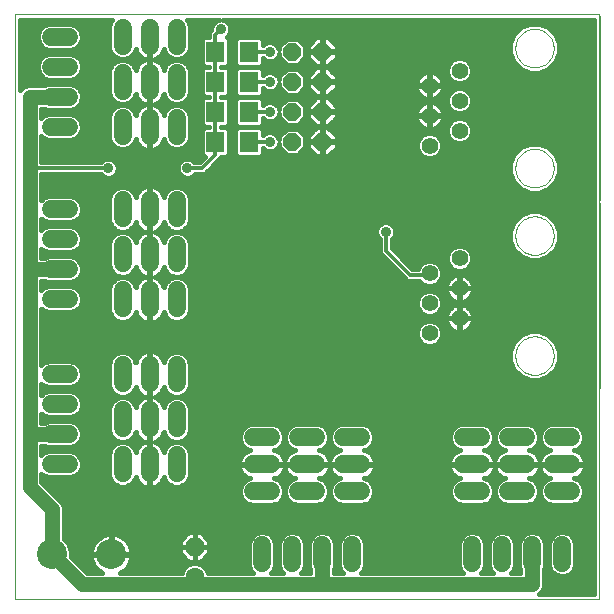
<source format=gbl>
G75*
G70*
%OFA0B0*%
%FSLAX24Y24*%
%IPPOS*%
%LPD*%
%AMOC8*
5,1,8,0,0,1.08239X$1,22.5*
%
%ADD10C,0.0000*%
%ADD11C,0.0600*%
%ADD12OC8,0.0630*%
%ADD13C,0.0630*%
%ADD14R,0.0630X0.0710*%
%ADD15C,0.0004*%
%ADD16C,0.0554*%
%ADD17C,0.1000*%
%ADD18OC8,0.0600*%
%ADD19C,0.0594*%
%ADD20C,0.0500*%
%ADD21C,0.0120*%
%ADD22C,0.0356*%
%ADD23C,0.0160*%
D10*
X000180Y000680D02*
X000180Y020176D01*
X019675Y020176D01*
X019675Y000680D01*
X000180Y000680D01*
X016869Y008805D02*
X016871Y008855D01*
X016877Y008905D01*
X016887Y008954D01*
X016900Y009003D01*
X016918Y009050D01*
X016939Y009096D01*
X016963Y009139D01*
X016991Y009181D01*
X017022Y009221D01*
X017056Y009258D01*
X017093Y009292D01*
X017133Y009323D01*
X017175Y009351D01*
X017218Y009375D01*
X017264Y009396D01*
X017311Y009414D01*
X017360Y009427D01*
X017409Y009437D01*
X017459Y009443D01*
X017509Y009445D01*
X017559Y009443D01*
X017609Y009437D01*
X017658Y009427D01*
X017707Y009414D01*
X017754Y009396D01*
X017800Y009375D01*
X017843Y009351D01*
X017885Y009323D01*
X017925Y009292D01*
X017962Y009258D01*
X017996Y009221D01*
X018027Y009181D01*
X018055Y009139D01*
X018079Y009096D01*
X018100Y009050D01*
X018118Y009003D01*
X018131Y008954D01*
X018141Y008905D01*
X018147Y008855D01*
X018149Y008805D01*
X018147Y008755D01*
X018141Y008705D01*
X018131Y008656D01*
X018118Y008607D01*
X018100Y008560D01*
X018079Y008514D01*
X018055Y008471D01*
X018027Y008429D01*
X017996Y008389D01*
X017962Y008352D01*
X017925Y008318D01*
X017885Y008287D01*
X017843Y008259D01*
X017800Y008235D01*
X017754Y008214D01*
X017707Y008196D01*
X017658Y008183D01*
X017609Y008173D01*
X017559Y008167D01*
X017509Y008165D01*
X017459Y008167D01*
X017409Y008173D01*
X017360Y008183D01*
X017311Y008196D01*
X017264Y008214D01*
X017218Y008235D01*
X017175Y008259D01*
X017133Y008287D01*
X017093Y008318D01*
X017056Y008352D01*
X017022Y008389D01*
X016991Y008429D01*
X016963Y008471D01*
X016939Y008514D01*
X016918Y008560D01*
X016900Y008607D01*
X016887Y008656D01*
X016877Y008705D01*
X016871Y008755D01*
X016869Y008805D01*
X016869Y012805D02*
X016871Y012855D01*
X016877Y012905D01*
X016887Y012954D01*
X016900Y013003D01*
X016918Y013050D01*
X016939Y013096D01*
X016963Y013139D01*
X016991Y013181D01*
X017022Y013221D01*
X017056Y013258D01*
X017093Y013292D01*
X017133Y013323D01*
X017175Y013351D01*
X017218Y013375D01*
X017264Y013396D01*
X017311Y013414D01*
X017360Y013427D01*
X017409Y013437D01*
X017459Y013443D01*
X017509Y013445D01*
X017559Y013443D01*
X017609Y013437D01*
X017658Y013427D01*
X017707Y013414D01*
X017754Y013396D01*
X017800Y013375D01*
X017843Y013351D01*
X017885Y013323D01*
X017925Y013292D01*
X017962Y013258D01*
X017996Y013221D01*
X018027Y013181D01*
X018055Y013139D01*
X018079Y013096D01*
X018100Y013050D01*
X018118Y013003D01*
X018131Y012954D01*
X018141Y012905D01*
X018147Y012855D01*
X018149Y012805D01*
X018147Y012755D01*
X018141Y012705D01*
X018131Y012656D01*
X018118Y012607D01*
X018100Y012560D01*
X018079Y012514D01*
X018055Y012471D01*
X018027Y012429D01*
X017996Y012389D01*
X017962Y012352D01*
X017925Y012318D01*
X017885Y012287D01*
X017843Y012259D01*
X017800Y012235D01*
X017754Y012214D01*
X017707Y012196D01*
X017658Y012183D01*
X017609Y012173D01*
X017559Y012167D01*
X017509Y012165D01*
X017459Y012167D01*
X017409Y012173D01*
X017360Y012183D01*
X017311Y012196D01*
X017264Y012214D01*
X017218Y012235D01*
X017175Y012259D01*
X017133Y012287D01*
X017093Y012318D01*
X017056Y012352D01*
X017022Y012389D01*
X016991Y012429D01*
X016963Y012471D01*
X016939Y012514D01*
X016918Y012560D01*
X016900Y012607D01*
X016887Y012656D01*
X016877Y012705D01*
X016871Y012755D01*
X016869Y012805D01*
X016869Y015055D02*
X016871Y015105D01*
X016877Y015155D01*
X016887Y015204D01*
X016900Y015253D01*
X016918Y015300D01*
X016939Y015346D01*
X016963Y015389D01*
X016991Y015431D01*
X017022Y015471D01*
X017056Y015508D01*
X017093Y015542D01*
X017133Y015573D01*
X017175Y015601D01*
X017218Y015625D01*
X017264Y015646D01*
X017311Y015664D01*
X017360Y015677D01*
X017409Y015687D01*
X017459Y015693D01*
X017509Y015695D01*
X017559Y015693D01*
X017609Y015687D01*
X017658Y015677D01*
X017707Y015664D01*
X017754Y015646D01*
X017800Y015625D01*
X017843Y015601D01*
X017885Y015573D01*
X017925Y015542D01*
X017962Y015508D01*
X017996Y015471D01*
X018027Y015431D01*
X018055Y015389D01*
X018079Y015346D01*
X018100Y015300D01*
X018118Y015253D01*
X018131Y015204D01*
X018141Y015155D01*
X018147Y015105D01*
X018149Y015055D01*
X018147Y015005D01*
X018141Y014955D01*
X018131Y014906D01*
X018118Y014857D01*
X018100Y014810D01*
X018079Y014764D01*
X018055Y014721D01*
X018027Y014679D01*
X017996Y014639D01*
X017962Y014602D01*
X017925Y014568D01*
X017885Y014537D01*
X017843Y014509D01*
X017800Y014485D01*
X017754Y014464D01*
X017707Y014446D01*
X017658Y014433D01*
X017609Y014423D01*
X017559Y014417D01*
X017509Y014415D01*
X017459Y014417D01*
X017409Y014423D01*
X017360Y014433D01*
X017311Y014446D01*
X017264Y014464D01*
X017218Y014485D01*
X017175Y014509D01*
X017133Y014537D01*
X017093Y014568D01*
X017056Y014602D01*
X017022Y014639D01*
X016991Y014679D01*
X016963Y014721D01*
X016939Y014764D01*
X016918Y014810D01*
X016900Y014857D01*
X016887Y014906D01*
X016877Y014955D01*
X016871Y015005D01*
X016869Y015055D01*
X016869Y019055D02*
X016871Y019105D01*
X016877Y019155D01*
X016887Y019204D01*
X016900Y019253D01*
X016918Y019300D01*
X016939Y019346D01*
X016963Y019389D01*
X016991Y019431D01*
X017022Y019471D01*
X017056Y019508D01*
X017093Y019542D01*
X017133Y019573D01*
X017175Y019601D01*
X017218Y019625D01*
X017264Y019646D01*
X017311Y019664D01*
X017360Y019677D01*
X017409Y019687D01*
X017459Y019693D01*
X017509Y019695D01*
X017559Y019693D01*
X017609Y019687D01*
X017658Y019677D01*
X017707Y019664D01*
X017754Y019646D01*
X017800Y019625D01*
X017843Y019601D01*
X017885Y019573D01*
X017925Y019542D01*
X017962Y019508D01*
X017996Y019471D01*
X018027Y019431D01*
X018055Y019389D01*
X018079Y019346D01*
X018100Y019300D01*
X018118Y019253D01*
X018131Y019204D01*
X018141Y019155D01*
X018147Y019105D01*
X018149Y019055D01*
X018147Y019005D01*
X018141Y018955D01*
X018131Y018906D01*
X018118Y018857D01*
X018100Y018810D01*
X018079Y018764D01*
X018055Y018721D01*
X018027Y018679D01*
X017996Y018639D01*
X017962Y018602D01*
X017925Y018568D01*
X017885Y018537D01*
X017843Y018509D01*
X017800Y018485D01*
X017754Y018464D01*
X017707Y018446D01*
X017658Y018433D01*
X017609Y018423D01*
X017559Y018417D01*
X017509Y018415D01*
X017459Y018417D01*
X017409Y018423D01*
X017360Y018433D01*
X017311Y018446D01*
X017264Y018464D01*
X017218Y018485D01*
X017175Y018509D01*
X017133Y018537D01*
X017093Y018568D01*
X017056Y018602D01*
X017022Y018639D01*
X016991Y018679D01*
X016963Y018721D01*
X016939Y018764D01*
X016918Y018810D01*
X016900Y018857D01*
X016887Y018906D01*
X016877Y018955D01*
X016871Y019005D01*
X016869Y019055D01*
D11*
X005580Y019130D02*
X005580Y019730D01*
X004680Y019730D02*
X004680Y019130D01*
X004680Y018230D02*
X004680Y017630D01*
X004680Y016730D02*
X004680Y016130D01*
X003780Y016130D02*
X003780Y016730D01*
X003780Y017630D02*
X003780Y018230D01*
X003780Y019130D02*
X003780Y019730D01*
X005580Y018230D02*
X005580Y017630D01*
X005580Y016730D02*
X005580Y016130D01*
X005580Y013980D02*
X005580Y013380D01*
X005580Y012480D02*
X005580Y011880D01*
X005580Y010980D02*
X005580Y010380D01*
X004680Y010380D02*
X004680Y010980D01*
X004680Y011880D02*
X004680Y012480D01*
X004680Y013380D02*
X004680Y013980D01*
X003780Y013980D02*
X003780Y013380D01*
X003780Y012480D02*
X003780Y011880D01*
X003780Y010980D02*
X003780Y010380D01*
X003780Y008480D02*
X003780Y007880D01*
X004680Y007880D02*
X004680Y008480D01*
X005580Y008480D02*
X005580Y007880D01*
X005580Y006980D02*
X005580Y006380D01*
X005580Y005480D02*
X005580Y004880D01*
X004680Y004880D02*
X004680Y005480D01*
X004680Y006380D02*
X004680Y006980D01*
X003780Y006980D02*
X003780Y006380D01*
X003780Y005480D02*
X003780Y004880D01*
X008130Y005180D02*
X008730Y005180D01*
X008730Y006080D02*
X008130Y006080D01*
X009630Y006080D02*
X010230Y006080D01*
X010230Y005180D02*
X009630Y005180D01*
X009630Y004280D02*
X010230Y004280D01*
X011130Y004280D02*
X011730Y004280D01*
X011730Y005180D02*
X011130Y005180D01*
X011130Y006080D02*
X011730Y006080D01*
X008730Y004280D02*
X008130Y004280D01*
X015130Y004280D02*
X015730Y004280D01*
X015730Y005180D02*
X015130Y005180D01*
X015130Y006080D02*
X015730Y006080D01*
X016630Y006080D02*
X017230Y006080D01*
X017230Y005180D02*
X016630Y005180D01*
X016630Y004280D02*
X017230Y004280D01*
X018130Y004280D02*
X018730Y004280D01*
X018730Y005180D02*
X018130Y005180D01*
X018130Y006080D02*
X018730Y006080D01*
D12*
X006180Y002430D03*
D13*
X006180Y001430D03*
D14*
X006870Y015930D03*
X006870Y016930D03*
X006870Y017930D03*
X006870Y018930D03*
X007990Y018930D03*
X007990Y017930D03*
X007990Y016930D03*
X007990Y015930D03*
D15*
X019678Y013980D02*
X019678Y020130D01*
X019678Y013880D02*
X019678Y007730D01*
D16*
X015009Y010055D03*
X015009Y011055D03*
X015009Y012055D03*
X014009Y011555D03*
X014009Y010555D03*
X014009Y009555D03*
X014009Y015805D03*
X014009Y016805D03*
X014009Y017805D03*
X015009Y017305D03*
X015009Y016305D03*
X015009Y018305D03*
D17*
X003399Y002180D03*
X001430Y002180D03*
D18*
X009430Y015930D03*
X009430Y016930D03*
X009430Y017930D03*
X009430Y018930D03*
X010430Y018930D03*
X010430Y017930D03*
X010430Y016930D03*
X010430Y015930D03*
D19*
X001977Y016430D02*
X001383Y016430D01*
X001383Y017430D02*
X001977Y017430D01*
X001977Y018430D02*
X001383Y018430D01*
X001383Y019430D02*
X001977Y019430D01*
X001977Y013680D02*
X001383Y013680D01*
X001383Y012680D02*
X001977Y012680D01*
X001977Y011680D02*
X001383Y011680D01*
X001383Y010680D02*
X001977Y010680D01*
X001977Y008180D02*
X001383Y008180D01*
X001383Y007180D02*
X001977Y007180D01*
X001977Y006180D02*
X001383Y006180D01*
X001383Y005180D02*
X001977Y005180D01*
X008430Y002477D02*
X008430Y001883D01*
X009430Y001883D02*
X009430Y002477D01*
X010430Y002477D02*
X010430Y001883D01*
X011430Y001883D02*
X011430Y002477D01*
X015430Y002477D02*
X015430Y001883D01*
X016430Y001883D02*
X016430Y002477D01*
X017430Y002477D02*
X017430Y001883D01*
X018430Y001883D02*
X018430Y002477D01*
D20*
X017430Y002180D02*
X017430Y001180D01*
X010430Y001180D01*
X010430Y002180D01*
X010430Y001180D02*
X006180Y001180D01*
X006180Y001430D01*
X006180Y001180D02*
X002430Y001180D01*
X001430Y002180D01*
X001430Y003680D01*
X000680Y004430D01*
X000680Y006180D01*
X001680Y006180D01*
X000680Y006180D02*
X000680Y011680D01*
X001680Y011680D01*
X000680Y011680D02*
X000680Y015055D01*
X000680Y017430D01*
X001680Y017430D01*
D21*
X000680Y015055D02*
X003305Y015055D01*
X002055Y014430D02*
X001930Y014430D01*
X005930Y015055D02*
X006430Y015055D01*
X006870Y015495D01*
X006870Y015930D01*
X006870Y019495D01*
X007055Y019680D01*
X006870Y018930D02*
X006870Y017930D01*
X006870Y016930D01*
X006870Y015930D01*
X007990Y015930D02*
X008680Y015930D01*
X008680Y016930D02*
X007990Y016930D01*
X007990Y017930D02*
X008680Y017930D01*
X008680Y018930D02*
X007990Y018930D01*
X009055Y014555D02*
X009055Y014430D01*
X008930Y014305D01*
X009930Y010805D02*
X009930Y010680D01*
X012555Y012305D02*
X013352Y011508D01*
X013962Y011508D01*
X014009Y011555D01*
X012555Y012305D02*
X012555Y012930D01*
D22*
X012555Y012930D03*
X009930Y010680D03*
X009055Y014555D03*
X008680Y015930D03*
X008680Y016930D03*
X008680Y017930D03*
X008680Y018930D03*
X007055Y019680D03*
X005930Y015055D03*
X003305Y015055D03*
X001930Y014430D03*
D23*
X002064Y014117D02*
X001296Y014117D01*
X001136Y014050D01*
X001070Y013985D01*
X001070Y014855D01*
X003055Y014855D01*
X003125Y014785D01*
X003242Y014737D01*
X003368Y014737D01*
X003485Y014785D01*
X003575Y014875D01*
X003623Y014992D01*
X003623Y015118D01*
X003575Y015235D01*
X003485Y015325D01*
X003368Y015373D01*
X003242Y015373D01*
X003125Y015325D01*
X003055Y015255D01*
X001070Y015255D01*
X001070Y016125D01*
X001136Y016060D01*
X001296Y015993D01*
X002064Y015993D01*
X002224Y016060D01*
X002347Y016183D01*
X002414Y016343D01*
X002414Y016517D01*
X002347Y016677D01*
X002224Y016800D01*
X002064Y016867D01*
X001296Y016867D01*
X001136Y016800D01*
X001070Y016735D01*
X001070Y017040D01*
X001183Y017040D01*
X001296Y016993D01*
X002064Y016993D01*
X002224Y017060D01*
X002347Y017183D01*
X002414Y017343D01*
X002414Y017517D01*
X002347Y017677D01*
X002224Y017800D01*
X002064Y017867D01*
X001296Y017867D01*
X001183Y017820D01*
X000602Y017820D01*
X000459Y017761D01*
X000360Y017662D01*
X000360Y019996D01*
X003424Y019996D01*
X003407Y019979D01*
X003340Y019818D01*
X003340Y019042D01*
X003407Y018881D01*
X003531Y018757D01*
X003692Y018690D01*
X003868Y018690D01*
X004029Y018757D01*
X004153Y018881D01*
X004211Y019021D01*
X004212Y019018D01*
X004235Y018946D01*
X004269Y018878D01*
X004314Y018817D01*
X004367Y018764D01*
X004428Y018719D01*
X004496Y018685D01*
X004512Y018680D01*
X004496Y018675D01*
X004428Y018641D01*
X004367Y018596D01*
X004314Y018543D01*
X004269Y018482D01*
X004235Y018414D01*
X004212Y018342D01*
X004211Y018339D01*
X004153Y018479D01*
X004029Y018603D01*
X003868Y018670D01*
X003692Y018670D01*
X003531Y018603D01*
X003407Y018479D01*
X003340Y018318D01*
X003340Y017542D01*
X003407Y017381D01*
X003531Y017257D01*
X003692Y017190D01*
X003868Y017190D01*
X004029Y017257D01*
X004153Y017381D01*
X004211Y017521D01*
X004212Y017518D01*
X004235Y017446D01*
X004269Y017378D01*
X004314Y017317D01*
X004367Y017264D01*
X004428Y017219D01*
X004496Y017185D01*
X004512Y017180D01*
X004496Y017175D01*
X004428Y017141D01*
X004367Y017096D01*
X004314Y017043D01*
X004269Y016982D01*
X004235Y016914D01*
X004212Y016842D01*
X004211Y016839D01*
X004153Y016979D01*
X004029Y017103D01*
X003868Y017170D01*
X003692Y017170D01*
X003531Y017103D01*
X003407Y016979D01*
X003340Y016818D01*
X003340Y016042D01*
X003407Y015881D01*
X003531Y015757D01*
X003692Y015690D01*
X003868Y015690D01*
X004029Y015757D01*
X004153Y015881D01*
X004211Y016021D01*
X004212Y016018D01*
X004235Y015946D01*
X004269Y015878D01*
X004314Y015817D01*
X004367Y015764D01*
X004428Y015719D01*
X004496Y015685D01*
X004568Y015662D01*
X004642Y015650D01*
X004660Y015650D01*
X004660Y016410D01*
X004700Y016410D01*
X004700Y015650D01*
X004718Y015650D01*
X004792Y015662D01*
X004864Y015685D01*
X004932Y015719D01*
X004993Y015764D01*
X005046Y015817D01*
X005091Y015878D01*
X005125Y015946D01*
X005148Y016018D01*
X005149Y016021D01*
X005207Y015881D01*
X005331Y015757D01*
X005492Y015690D01*
X005668Y015690D01*
X005829Y015757D01*
X005953Y015881D01*
X006020Y016042D01*
X006020Y016818D01*
X005953Y016979D01*
X005829Y017103D01*
X005668Y017170D01*
X005492Y017170D01*
X005331Y017103D01*
X005207Y016979D01*
X005149Y016839D01*
X005148Y016842D01*
X005125Y016914D01*
X005091Y016982D01*
X005046Y017043D01*
X004993Y017096D01*
X004932Y017141D01*
X004864Y017175D01*
X004848Y017180D01*
X004864Y017185D01*
X004932Y017219D01*
X004993Y017264D01*
X005046Y017317D01*
X005091Y017378D01*
X005125Y017446D01*
X005148Y017518D01*
X005149Y017521D01*
X005207Y017381D01*
X005331Y017257D01*
X005492Y017190D01*
X005668Y017190D01*
X005829Y017257D01*
X005953Y017381D01*
X006020Y017542D01*
X006020Y018318D01*
X005953Y018479D01*
X005829Y018603D01*
X005668Y018670D01*
X005492Y018670D01*
X005331Y018603D01*
X005207Y018479D01*
X005149Y018339D01*
X005148Y018342D01*
X005125Y018414D01*
X005091Y018482D01*
X005046Y018543D01*
X004993Y018596D01*
X004932Y018641D01*
X004864Y018675D01*
X004848Y018680D01*
X004864Y018685D01*
X004932Y018719D01*
X004993Y018764D01*
X005046Y018817D01*
X005091Y018878D01*
X005125Y018946D01*
X005148Y019018D01*
X005149Y019021D01*
X005207Y018881D01*
X005331Y018757D01*
X005492Y018690D01*
X005668Y018690D01*
X005829Y018757D01*
X005953Y018881D01*
X006020Y019042D01*
X006020Y019818D01*
X005953Y019979D01*
X005936Y019996D01*
X006987Y019996D01*
X006875Y019950D01*
X006785Y019860D01*
X006737Y019743D01*
X006737Y019645D01*
X006670Y019578D01*
X006670Y019425D01*
X006497Y019425D01*
X006415Y019343D01*
X006415Y018517D01*
X006497Y018435D01*
X006670Y018435D01*
X006670Y018425D01*
X006497Y018425D01*
X006415Y018343D01*
X006415Y017517D01*
X006497Y017435D01*
X006670Y017435D01*
X006670Y017425D01*
X006497Y017425D01*
X006415Y017343D01*
X006415Y016517D01*
X006497Y016435D01*
X006670Y016435D01*
X006670Y016425D01*
X006497Y016425D01*
X006415Y016343D01*
X006415Y015517D01*
X006497Y015435D01*
X006527Y015435D01*
X006347Y015255D01*
X006180Y015255D01*
X006110Y015325D01*
X005993Y015373D01*
X005867Y015373D01*
X005750Y015325D01*
X005660Y015235D01*
X005612Y015118D01*
X005612Y014992D01*
X005660Y014875D01*
X005750Y014785D01*
X005867Y014737D01*
X005993Y014737D01*
X006110Y014785D01*
X006180Y014855D01*
X006513Y014855D01*
X007070Y015412D01*
X007070Y015435D01*
X007243Y015435D01*
X007325Y015517D01*
X007325Y016343D01*
X007243Y016425D01*
X007070Y016425D01*
X007070Y016435D01*
X007243Y016435D01*
X007325Y016517D01*
X007325Y017343D01*
X007243Y017425D01*
X007070Y017425D01*
X007070Y017435D01*
X007243Y017435D01*
X007325Y017517D01*
X007325Y018343D01*
X007243Y018425D01*
X007070Y018425D01*
X007070Y018435D01*
X007243Y018435D01*
X007325Y018517D01*
X007325Y019343D01*
X007246Y019422D01*
X007325Y019500D01*
X007373Y019617D01*
X007373Y019743D01*
X007325Y019860D01*
X007235Y019950D01*
X007123Y019996D01*
X019495Y019996D01*
X019495Y000860D01*
X017662Y000860D01*
X017761Y000959D01*
X017820Y001102D01*
X017820Y001683D01*
X017867Y001796D01*
X017867Y002564D01*
X017800Y002724D01*
X017677Y002847D01*
X017517Y002914D01*
X017343Y002914D01*
X017183Y002847D01*
X017060Y002724D01*
X016993Y002564D01*
X016993Y001796D01*
X017040Y001683D01*
X017040Y001570D01*
X016735Y001570D01*
X016800Y001636D01*
X016867Y001796D01*
X016867Y002564D01*
X016800Y002724D01*
X016677Y002847D01*
X016517Y002914D01*
X016343Y002914D01*
X016183Y002847D01*
X016060Y002724D01*
X015993Y002564D01*
X015993Y001796D01*
X016060Y001636D01*
X016125Y001570D01*
X015735Y001570D01*
X015800Y001636D01*
X015867Y001796D01*
X015867Y002564D01*
X015800Y002724D01*
X015677Y002847D01*
X015517Y002914D01*
X015343Y002914D01*
X015183Y002847D01*
X015060Y002724D01*
X014993Y002564D01*
X014993Y001796D01*
X015060Y001636D01*
X015125Y001570D01*
X011735Y001570D01*
X011800Y001636D01*
X011867Y001796D01*
X011867Y002564D01*
X011800Y002724D01*
X011677Y002847D01*
X011517Y002914D01*
X011343Y002914D01*
X011183Y002847D01*
X011060Y002724D01*
X010993Y002564D01*
X010993Y001796D01*
X011060Y001636D01*
X011125Y001570D01*
X010820Y001570D01*
X010820Y001683D01*
X010867Y001796D01*
X010867Y002564D01*
X010800Y002724D01*
X010677Y002847D01*
X010517Y002914D01*
X010343Y002914D01*
X010183Y002847D01*
X010060Y002724D01*
X009993Y002564D01*
X009993Y001796D01*
X010040Y001683D01*
X010040Y001570D01*
X009735Y001570D01*
X009800Y001636D01*
X009867Y001796D01*
X009867Y002564D01*
X009800Y002724D01*
X009677Y002847D01*
X009517Y002914D01*
X009343Y002914D01*
X009183Y002847D01*
X009060Y002724D01*
X008993Y002564D01*
X008993Y001796D01*
X009060Y001636D01*
X009125Y001570D01*
X008735Y001570D01*
X008800Y001636D01*
X008867Y001796D01*
X008867Y002564D01*
X008800Y002724D01*
X008677Y002847D01*
X008517Y002914D01*
X008343Y002914D01*
X008183Y002847D01*
X008060Y002724D01*
X007993Y002564D01*
X007993Y001796D01*
X008060Y001636D01*
X008125Y001570D01*
X006614Y001570D01*
X006566Y001688D01*
X006438Y001816D01*
X006271Y001885D01*
X006089Y001885D01*
X005922Y001816D01*
X005794Y001688D01*
X005746Y001570D01*
X003702Y001570D01*
X003777Y001613D01*
X003848Y001668D01*
X003911Y001731D01*
X003965Y001801D01*
X004010Y001879D01*
X004044Y001961D01*
X004067Y002047D01*
X004079Y002135D01*
X004079Y002162D01*
X003417Y002162D01*
X003417Y002198D01*
X004079Y002198D01*
X004079Y002225D01*
X004067Y002313D01*
X004044Y002399D01*
X004010Y002481D01*
X003965Y002559D01*
X003911Y002629D01*
X003848Y002692D01*
X003777Y002747D01*
X003700Y002791D01*
X003618Y002825D01*
X003531Y002848D01*
X003443Y002860D01*
X003417Y002860D01*
X003417Y002198D01*
X003380Y002198D01*
X003380Y002162D01*
X002719Y002162D01*
X002719Y002135D01*
X002730Y002047D01*
X002753Y001961D01*
X002787Y001879D01*
X002832Y001801D01*
X002886Y001731D01*
X002949Y001668D01*
X003020Y001613D01*
X003095Y001570D01*
X002592Y001570D01*
X002070Y002092D01*
X002070Y002307D01*
X001973Y002543D01*
X001820Y002695D01*
X001820Y003758D01*
X001761Y003901D01*
X001070Y004592D01*
X001070Y004875D01*
X001136Y004810D01*
X001296Y004743D01*
X002064Y004743D01*
X002224Y004810D01*
X002347Y004933D01*
X002414Y005093D01*
X002414Y005267D01*
X002347Y005427D01*
X002224Y005550D01*
X002064Y005617D01*
X001296Y005617D01*
X001136Y005550D01*
X001070Y005485D01*
X001070Y005790D01*
X001183Y005790D01*
X001296Y005743D01*
X002064Y005743D01*
X002224Y005810D01*
X002347Y005933D01*
X002414Y006093D01*
X002414Y006267D01*
X002347Y006427D01*
X002224Y006550D01*
X002064Y006617D01*
X001296Y006617D01*
X001183Y006570D01*
X001070Y006570D01*
X001070Y006875D01*
X001136Y006810D01*
X001296Y006743D01*
X002064Y006743D01*
X002224Y006810D01*
X002347Y006933D01*
X002414Y007093D01*
X002414Y007267D01*
X002347Y007427D01*
X002224Y007550D01*
X002064Y007617D01*
X001296Y007617D01*
X001136Y007550D01*
X001070Y007485D01*
X001070Y007875D01*
X001136Y007810D01*
X001296Y007743D01*
X002064Y007743D01*
X002224Y007810D01*
X002347Y007933D01*
X002414Y008093D01*
X002414Y008267D01*
X002347Y008427D01*
X002224Y008550D01*
X002064Y008617D01*
X001296Y008617D01*
X001136Y008550D01*
X001070Y008485D01*
X001070Y010375D01*
X001136Y010310D01*
X001296Y010243D01*
X002064Y010243D01*
X002224Y010310D01*
X002347Y010433D01*
X002414Y010593D01*
X002414Y010767D01*
X002347Y010927D01*
X002224Y011050D01*
X002064Y011117D01*
X001296Y011117D01*
X001136Y011050D01*
X001070Y010985D01*
X001070Y011290D01*
X001183Y011290D01*
X001296Y011243D01*
X002064Y011243D01*
X002224Y011310D01*
X002347Y011433D01*
X002414Y011593D01*
X002414Y011767D01*
X002347Y011927D01*
X002224Y012050D01*
X002064Y012117D01*
X001296Y012117D01*
X001183Y012070D01*
X001070Y012070D01*
X001070Y012375D01*
X001136Y012310D01*
X001296Y012243D01*
X002064Y012243D01*
X002224Y012310D01*
X002347Y012433D01*
X002414Y012593D01*
X002414Y012767D01*
X002347Y012927D01*
X002224Y013050D01*
X002064Y013117D01*
X001296Y013117D01*
X001136Y013050D01*
X001070Y012985D01*
X001070Y013375D01*
X001136Y013310D01*
X001296Y013243D01*
X002064Y013243D01*
X002224Y013310D01*
X002347Y013433D01*
X002414Y013593D01*
X002414Y013767D01*
X002347Y013927D01*
X002224Y014050D01*
X002064Y014117D01*
X002281Y013994D02*
X003340Y013994D01*
X003340Y014068D02*
X003340Y013292D01*
X003407Y013131D01*
X003531Y013007D01*
X003692Y012940D01*
X003868Y012940D01*
X004029Y013007D01*
X004153Y013131D01*
X004211Y013271D01*
X004212Y013268D01*
X004235Y013196D01*
X004269Y013128D01*
X004314Y013067D01*
X004367Y013014D01*
X004428Y012969D01*
X004496Y012935D01*
X004512Y012930D01*
X004496Y012925D01*
X004428Y012891D01*
X004367Y012846D01*
X004314Y012793D01*
X004269Y012732D01*
X004235Y012664D01*
X004212Y012592D01*
X004211Y012589D01*
X004153Y012729D01*
X004029Y012853D01*
X003868Y012920D01*
X003692Y012920D01*
X003531Y012853D01*
X003407Y012729D01*
X003340Y012568D01*
X003340Y011792D01*
X003407Y011631D01*
X003531Y011507D01*
X003692Y011440D01*
X003868Y011440D01*
X004029Y011507D01*
X004153Y011631D01*
X004211Y011771D01*
X004212Y011768D01*
X004235Y011696D01*
X004269Y011628D01*
X004314Y011567D01*
X004367Y011514D01*
X004428Y011469D01*
X004496Y011435D01*
X004512Y011430D01*
X004496Y011425D01*
X004428Y011391D01*
X004367Y011346D01*
X004314Y011293D01*
X004269Y011232D01*
X004235Y011164D01*
X004212Y011092D01*
X004211Y011089D01*
X004153Y011229D01*
X004029Y011353D01*
X003868Y011420D01*
X003692Y011420D01*
X003531Y011353D01*
X003407Y011229D01*
X003340Y011068D01*
X003340Y010292D01*
X003407Y010131D01*
X003531Y010007D01*
X003692Y009940D01*
X003868Y009940D01*
X004029Y010007D01*
X004153Y010131D01*
X004211Y010271D01*
X004212Y010268D01*
X004235Y010196D01*
X004269Y010128D01*
X004314Y010067D01*
X004367Y010014D01*
X004428Y009969D01*
X004496Y009935D01*
X004568Y009912D01*
X004642Y009900D01*
X004660Y009900D01*
X004660Y010660D01*
X004700Y010660D01*
X004700Y009900D01*
X004718Y009900D01*
X004792Y009912D01*
X004864Y009935D01*
X004932Y009969D01*
X004993Y010014D01*
X005046Y010067D01*
X005091Y010128D01*
X005125Y010196D01*
X005148Y010268D01*
X005149Y010271D01*
X005207Y010131D01*
X005331Y010007D01*
X005492Y009940D01*
X005668Y009940D01*
X005829Y010007D01*
X005953Y010131D01*
X006020Y010292D01*
X006020Y011068D01*
X005953Y011229D01*
X005829Y011353D01*
X005668Y011420D01*
X005492Y011420D01*
X005331Y011353D01*
X005207Y011229D01*
X005149Y011089D01*
X005148Y011092D01*
X005125Y011164D01*
X005091Y011232D01*
X005046Y011293D01*
X004993Y011346D01*
X004932Y011391D01*
X004864Y011425D01*
X004848Y011430D01*
X004864Y011435D01*
X004932Y011469D01*
X004993Y011514D01*
X005046Y011567D01*
X005091Y011628D01*
X005125Y011696D01*
X005148Y011768D01*
X005149Y011771D01*
X005207Y011631D01*
X005331Y011507D01*
X005492Y011440D01*
X005668Y011440D01*
X005829Y011507D01*
X005953Y011631D01*
X006020Y011792D01*
X006020Y012568D01*
X005953Y012729D01*
X005829Y012853D01*
X005668Y012920D01*
X005492Y012920D01*
X005331Y012853D01*
X005207Y012729D01*
X005149Y012589D01*
X005148Y012592D01*
X005125Y012664D01*
X005091Y012732D01*
X005046Y012793D01*
X004993Y012846D01*
X004932Y012891D01*
X004864Y012925D01*
X004848Y012930D01*
X004864Y012935D01*
X004932Y012969D01*
X004993Y013014D01*
X005046Y013067D01*
X005091Y013128D01*
X005125Y013196D01*
X005148Y013268D01*
X005149Y013271D01*
X005207Y013131D01*
X005331Y013007D01*
X005492Y012940D01*
X005668Y012940D01*
X005829Y013007D01*
X005953Y013131D01*
X006020Y013292D01*
X006020Y014068D01*
X005953Y014229D01*
X005829Y014353D01*
X005668Y014420D01*
X005492Y014420D01*
X005331Y014353D01*
X005207Y014229D01*
X005149Y014089D01*
X005148Y014092D01*
X005125Y014164D01*
X005091Y014232D01*
X005046Y014293D01*
X004993Y014346D01*
X004932Y014391D01*
X004864Y014425D01*
X004792Y014448D01*
X004718Y014460D01*
X004700Y014460D01*
X004700Y013700D01*
X004660Y013700D01*
X004660Y014460D01*
X004642Y014460D01*
X004568Y014448D01*
X004496Y014425D01*
X004428Y014391D01*
X004367Y014346D01*
X004314Y014293D01*
X004269Y014232D01*
X004235Y014164D01*
X004212Y014092D01*
X004211Y014089D01*
X004153Y014229D01*
X004029Y014353D01*
X003868Y014420D01*
X003692Y014420D01*
X003531Y014353D01*
X003407Y014229D01*
X003340Y014068D01*
X003375Y014153D02*
X001070Y014153D01*
X001070Y014311D02*
X003489Y014311D01*
X003486Y014787D02*
X005749Y014787D01*
X005631Y014945D02*
X003604Y014945D01*
X003623Y015104D02*
X005612Y015104D01*
X005687Y015262D02*
X003548Y015262D01*
X003578Y015738D02*
X001070Y015738D01*
X001070Y015896D02*
X003401Y015896D01*
X003340Y016055D02*
X002212Y016055D01*
X002360Y016213D02*
X003340Y016213D01*
X003340Y016372D02*
X002414Y016372D01*
X002408Y016530D02*
X003340Y016530D01*
X003340Y016689D02*
X002336Y016689D01*
X002112Y016847D02*
X003352Y016847D01*
X003433Y017006D02*
X002094Y017006D01*
X002329Y017164D02*
X003678Y017164D01*
X003882Y017164D02*
X004475Y017164D01*
X004660Y017164D02*
X004700Y017164D01*
X004700Y017150D02*
X004700Y017910D01*
X004660Y017910D01*
X004660Y016450D01*
X004700Y016450D01*
X004700Y017150D01*
X004700Y017006D02*
X004660Y017006D01*
X004660Y016847D02*
X004700Y016847D01*
X004700Y016689D02*
X004660Y016689D01*
X004660Y016530D02*
X004700Y016530D01*
X004700Y016372D02*
X004660Y016372D01*
X004660Y016213D02*
X004700Y016213D01*
X004700Y016055D02*
X004660Y016055D01*
X004660Y015896D02*
X004700Y015896D01*
X004700Y015738D02*
X004660Y015738D01*
X004404Y015738D02*
X003982Y015738D01*
X004159Y015896D02*
X004260Y015896D01*
X004956Y015738D02*
X005378Y015738D01*
X005201Y015896D02*
X005099Y015896D01*
X005782Y015738D02*
X006415Y015738D01*
X006415Y015896D02*
X005959Y015896D01*
X006020Y016055D02*
X006415Y016055D01*
X006415Y016213D02*
X006020Y016213D01*
X006020Y016372D02*
X006444Y016372D01*
X006415Y016530D02*
X006020Y016530D01*
X006020Y016689D02*
X006415Y016689D01*
X006415Y016847D02*
X006008Y016847D01*
X005927Y017006D02*
X006415Y017006D01*
X006415Y017164D02*
X005682Y017164D01*
X005478Y017164D02*
X004885Y017164D01*
X005050Y017323D02*
X005265Y017323D01*
X005165Y017481D02*
X005136Y017481D01*
X004700Y017481D02*
X004660Y017481D01*
X004660Y017323D02*
X004700Y017323D01*
X004700Y017640D02*
X004660Y017640D01*
X004660Y017798D02*
X004700Y017798D01*
X004700Y017950D02*
X004700Y018650D01*
X004700Y019410D01*
X004660Y019410D01*
X004660Y017950D01*
X004700Y017950D01*
X004700Y017957D02*
X004660Y017957D01*
X004660Y018115D02*
X004700Y018115D01*
X004700Y018274D02*
X004660Y018274D01*
X004660Y018432D02*
X004700Y018432D01*
X004700Y018591D02*
X004660Y018591D01*
X004660Y018749D02*
X004700Y018749D01*
X004700Y018908D02*
X004660Y018908D01*
X004660Y019066D02*
X004700Y019066D01*
X004700Y019225D02*
X004660Y019225D01*
X004660Y019383D02*
X004700Y019383D01*
X005105Y018908D02*
X005196Y018908D01*
X005350Y018749D02*
X004972Y018749D01*
X004998Y018591D02*
X005318Y018591D01*
X005187Y018432D02*
X005116Y018432D01*
X004362Y018591D02*
X004042Y018591D01*
X004010Y018749D02*
X004388Y018749D01*
X004255Y018908D02*
X004164Y018908D01*
X004173Y018432D02*
X004244Y018432D01*
X003550Y018749D02*
X002276Y018749D01*
X002224Y018800D02*
X002064Y018867D01*
X001296Y018867D01*
X001136Y018800D01*
X001013Y018677D01*
X000946Y018517D01*
X000946Y018343D01*
X001013Y018183D01*
X001136Y018060D01*
X001296Y017993D01*
X002064Y017993D01*
X002224Y018060D01*
X002347Y018183D01*
X002414Y018343D01*
X002414Y018517D01*
X002347Y018677D01*
X002224Y018800D01*
X002064Y018993D02*
X002224Y019060D01*
X002347Y019183D01*
X002414Y019343D01*
X002414Y019517D01*
X002347Y019677D01*
X002224Y019800D01*
X002064Y019867D01*
X001296Y019867D01*
X001136Y019800D01*
X001013Y019677D01*
X000946Y019517D01*
X000946Y019343D01*
X001013Y019183D01*
X001136Y019060D01*
X001296Y018993D01*
X002064Y018993D01*
X002231Y019066D02*
X003340Y019066D01*
X003340Y019225D02*
X002365Y019225D01*
X002414Y019383D02*
X003340Y019383D01*
X003340Y019542D02*
X002403Y019542D01*
X002325Y019700D02*
X003340Y019700D01*
X003357Y019859D02*
X002084Y019859D01*
X001276Y019859D02*
X000360Y019859D01*
X000360Y019700D02*
X001035Y019700D01*
X000957Y019542D02*
X000360Y019542D01*
X000360Y019383D02*
X000946Y019383D01*
X000995Y019225D02*
X000360Y019225D01*
X000360Y019066D02*
X001129Y019066D01*
X001084Y018749D02*
X000360Y018749D01*
X000360Y018591D02*
X000977Y018591D01*
X000946Y018432D02*
X000360Y018432D01*
X000360Y018274D02*
X000975Y018274D01*
X001080Y018115D02*
X000360Y018115D01*
X000360Y017957D02*
X003340Y017957D01*
X003340Y018115D02*
X002280Y018115D01*
X002385Y018274D02*
X003340Y018274D01*
X003387Y018432D02*
X002414Y018432D01*
X002383Y018591D02*
X003518Y018591D01*
X003396Y018908D02*
X000360Y018908D01*
X000360Y017798D02*
X000549Y017798D01*
X001070Y017006D02*
X001266Y017006D01*
X001248Y016847D02*
X001070Y016847D01*
X001070Y016055D02*
X001148Y016055D01*
X001070Y015579D02*
X006415Y015579D01*
X006513Y015421D02*
X001070Y015421D01*
X001070Y015262D02*
X003062Y015262D01*
X003124Y014787D02*
X001070Y014787D01*
X001070Y014628D02*
X016798Y014628D01*
X016814Y014591D02*
X017044Y014360D01*
X017346Y014235D01*
X017672Y014235D01*
X017973Y014360D01*
X018204Y014591D01*
X018329Y014892D01*
X018329Y015218D01*
X018204Y015519D01*
X017973Y015750D01*
X017672Y015875D01*
X017346Y015875D01*
X017044Y015750D01*
X016814Y015519D01*
X016689Y015218D01*
X016689Y014892D01*
X016814Y014591D01*
X016935Y014470D02*
X001070Y014470D01*
X001070Y013994D02*
X001079Y013994D01*
X001070Y013360D02*
X001085Y013360D01*
X001070Y013202D02*
X003378Y013202D01*
X003340Y013360D02*
X002275Y013360D01*
X002383Y013519D02*
X003340Y013519D01*
X003340Y013677D02*
X002414Y013677D01*
X002385Y013836D02*
X003340Y013836D01*
X004071Y014311D02*
X004332Y014311D01*
X004231Y014153D02*
X004185Y014153D01*
X004660Y014153D02*
X004700Y014153D01*
X004700Y014311D02*
X004660Y014311D01*
X004660Y013994D02*
X004700Y013994D01*
X004700Y013836D02*
X004660Y013836D01*
X004660Y013660D02*
X004700Y013660D01*
X004700Y012900D01*
X004700Y012200D01*
X004660Y012200D01*
X004660Y013660D01*
X004660Y013519D02*
X004700Y013519D01*
X004700Y013360D02*
X004660Y013360D01*
X004660Y013202D02*
X004700Y013202D01*
X004700Y013043D02*
X004660Y013043D01*
X004660Y012885D02*
X004700Y012885D01*
X004700Y012726D02*
X004660Y012726D01*
X004660Y012568D02*
X004700Y012568D01*
X004700Y012409D02*
X004660Y012409D01*
X004660Y012251D02*
X004700Y012251D01*
X004700Y012160D02*
X004700Y011400D01*
X004700Y010700D01*
X004660Y010700D01*
X004660Y012160D01*
X004700Y012160D01*
X004700Y012092D02*
X004660Y012092D01*
X004660Y011934D02*
X004700Y011934D01*
X004700Y011775D02*
X004660Y011775D01*
X004660Y011617D02*
X004700Y011617D01*
X004700Y011458D02*
X004660Y011458D01*
X004660Y011300D02*
X004700Y011300D01*
X004700Y011141D02*
X004660Y011141D01*
X004660Y010983D02*
X004700Y010983D01*
X004700Y010824D02*
X004660Y010824D01*
X004660Y010507D02*
X004700Y010507D01*
X004700Y010349D02*
X004660Y010349D01*
X004660Y010190D02*
X004700Y010190D01*
X004700Y010032D02*
X004660Y010032D01*
X004350Y010032D02*
X004054Y010032D01*
X004178Y010190D02*
X004238Y010190D01*
X003506Y010032D02*
X001070Y010032D01*
X001070Y010190D02*
X003382Y010190D01*
X003340Y010349D02*
X002263Y010349D01*
X002378Y010507D02*
X003340Y010507D01*
X003340Y010666D02*
X002414Y010666D01*
X002390Y010824D02*
X003340Y010824D01*
X003340Y010983D02*
X002292Y010983D01*
X002200Y011300D02*
X003477Y011300D01*
X003370Y011141D02*
X001070Y011141D01*
X001070Y010349D02*
X001097Y010349D01*
X001070Y009873D02*
X013737Y009873D01*
X013773Y009909D02*
X013655Y009791D01*
X013592Y009638D01*
X013592Y009472D01*
X013655Y009319D01*
X013773Y009201D01*
X013926Y009138D01*
X014092Y009138D01*
X014245Y009201D01*
X014363Y009319D01*
X014426Y009472D01*
X014426Y009638D01*
X014363Y009791D01*
X014245Y009909D01*
X014092Y009972D01*
X013926Y009972D01*
X013773Y009909D01*
X013623Y009715D02*
X001070Y009715D01*
X001070Y009556D02*
X013592Y009556D01*
X013623Y009398D02*
X001070Y009398D01*
X001070Y009239D02*
X013735Y009239D01*
X014283Y009239D02*
X016801Y009239D01*
X016814Y009269D02*
X016689Y008968D01*
X016689Y008642D01*
X016814Y008341D01*
X017044Y008110D01*
X017346Y007985D01*
X017672Y007985D01*
X017973Y008110D01*
X018204Y008341D01*
X018329Y008642D01*
X018329Y008968D01*
X018204Y009269D01*
X017973Y009500D01*
X017672Y009625D01*
X017346Y009625D01*
X017044Y009500D01*
X016814Y009269D01*
X016942Y009398D02*
X014395Y009398D01*
X014426Y009556D02*
X017179Y009556D01*
X016735Y009081D02*
X001070Y009081D01*
X001070Y008922D02*
X004490Y008922D01*
X004496Y008925D02*
X004428Y008891D01*
X004367Y008846D01*
X004314Y008793D01*
X004269Y008732D01*
X004235Y008664D01*
X004212Y008592D01*
X004211Y008589D01*
X004153Y008729D01*
X004029Y008853D01*
X003868Y008920D01*
X003692Y008920D01*
X003531Y008853D01*
X003407Y008729D01*
X003340Y008568D01*
X003340Y007792D01*
X003407Y007631D01*
X003531Y007507D01*
X003692Y007440D01*
X003868Y007440D01*
X004029Y007507D01*
X004153Y007631D01*
X004211Y007771D01*
X004212Y007768D01*
X004235Y007696D01*
X004269Y007628D01*
X004314Y007567D01*
X004367Y007514D01*
X004428Y007469D01*
X004496Y007435D01*
X004512Y007430D01*
X004496Y007425D01*
X004428Y007391D01*
X004367Y007346D01*
X004314Y007293D01*
X004269Y007232D01*
X004235Y007164D01*
X004212Y007092D01*
X004211Y007089D01*
X004153Y007229D01*
X004029Y007353D01*
X003868Y007420D01*
X003692Y007420D01*
X003531Y007353D01*
X003407Y007229D01*
X003340Y007068D01*
X003340Y006292D01*
X003407Y006131D01*
X003531Y006007D01*
X003692Y005940D01*
X003868Y005940D01*
X004029Y006007D01*
X004153Y006131D01*
X004211Y006271D01*
X004212Y006268D01*
X004235Y006196D01*
X004269Y006128D01*
X004314Y006067D01*
X004367Y006014D01*
X004428Y005969D01*
X004496Y005935D01*
X004512Y005930D01*
X004496Y005925D01*
X004428Y005891D01*
X004367Y005846D01*
X004314Y005793D01*
X004269Y005732D01*
X004235Y005664D01*
X004212Y005592D01*
X004211Y005589D01*
X004153Y005729D01*
X004029Y005853D01*
X003868Y005920D01*
X003692Y005920D01*
X003531Y005853D01*
X003407Y005729D01*
X003340Y005568D01*
X003340Y004792D01*
X003407Y004631D01*
X003531Y004507D01*
X003692Y004440D01*
X003868Y004440D01*
X004029Y004507D01*
X004153Y004631D01*
X004211Y004771D01*
X004212Y004768D01*
X004235Y004696D01*
X004269Y004628D01*
X004314Y004567D01*
X004367Y004514D01*
X004428Y004469D01*
X004496Y004435D01*
X004568Y004412D01*
X004642Y004400D01*
X004660Y004400D01*
X004660Y005160D01*
X004700Y005160D01*
X004700Y004400D01*
X004718Y004400D01*
X004792Y004412D01*
X004864Y004435D01*
X004932Y004469D01*
X004993Y004514D01*
X005046Y004567D01*
X005091Y004628D01*
X005125Y004696D01*
X005148Y004768D01*
X005149Y004771D01*
X005207Y004631D01*
X005331Y004507D01*
X005492Y004440D01*
X005668Y004440D01*
X005829Y004507D01*
X005953Y004631D01*
X006020Y004792D01*
X006020Y005568D01*
X005953Y005729D01*
X005829Y005853D01*
X005668Y005920D01*
X005492Y005920D01*
X005331Y005853D01*
X005207Y005729D01*
X005149Y005589D01*
X005148Y005592D01*
X005125Y005664D01*
X005091Y005732D01*
X005046Y005793D01*
X004993Y005846D01*
X004932Y005891D01*
X004864Y005925D01*
X004848Y005930D01*
X004864Y005935D01*
X004932Y005969D01*
X004993Y006014D01*
X005046Y006067D01*
X005091Y006128D01*
X005125Y006196D01*
X005148Y006268D01*
X005149Y006271D01*
X005207Y006131D01*
X005331Y006007D01*
X005492Y005940D01*
X005668Y005940D01*
X005829Y006007D01*
X005953Y006131D01*
X006020Y006292D01*
X006020Y007068D01*
X005953Y007229D01*
X005829Y007353D01*
X005668Y007420D01*
X005492Y007420D01*
X005331Y007353D01*
X005207Y007229D01*
X005149Y007089D01*
X005148Y007092D01*
X005125Y007164D01*
X005091Y007232D01*
X005046Y007293D01*
X004993Y007346D01*
X004932Y007391D01*
X004864Y007425D01*
X004848Y007430D01*
X004864Y007435D01*
X004932Y007469D01*
X004993Y007514D01*
X005046Y007567D01*
X005091Y007628D01*
X005125Y007696D01*
X005148Y007768D01*
X005149Y007771D01*
X005207Y007631D01*
X005331Y007507D01*
X005492Y007440D01*
X005668Y007440D01*
X005829Y007507D01*
X005953Y007631D01*
X006020Y007792D01*
X006020Y008568D01*
X005953Y008729D01*
X005829Y008853D01*
X005668Y008920D01*
X005492Y008920D01*
X005331Y008853D01*
X005207Y008729D01*
X005149Y008589D01*
X005148Y008592D01*
X005125Y008664D01*
X005091Y008732D01*
X005046Y008793D01*
X004993Y008846D01*
X004932Y008891D01*
X004864Y008925D01*
X004792Y008948D01*
X004718Y008960D01*
X004700Y008960D01*
X004700Y008200D01*
X004660Y008200D01*
X004660Y008960D01*
X004642Y008960D01*
X004568Y008948D01*
X004496Y008925D01*
X004660Y008922D02*
X004700Y008922D01*
X004700Y008764D02*
X004660Y008764D01*
X004660Y008605D02*
X004700Y008605D01*
X004700Y008447D02*
X004660Y008447D01*
X004660Y008288D02*
X004700Y008288D01*
X004700Y008160D02*
X004700Y007460D01*
X004700Y006700D01*
X004660Y006700D01*
X004660Y008160D01*
X004700Y008160D01*
X004700Y008130D02*
X004660Y008130D01*
X004660Y007971D02*
X004700Y007971D01*
X004700Y007813D02*
X004660Y007813D01*
X004660Y007654D02*
X004700Y007654D01*
X004700Y007496D02*
X004660Y007496D01*
X004660Y007337D02*
X004700Y007337D01*
X004700Y007179D02*
X004660Y007179D01*
X004660Y007020D02*
X004700Y007020D01*
X004700Y006862D02*
X004660Y006862D01*
X004660Y006703D02*
X004700Y006703D01*
X004700Y006660D02*
X004700Y005900D01*
X004700Y005200D01*
X004660Y005200D01*
X004660Y006660D01*
X004700Y006660D01*
X004700Y006545D02*
X004660Y006545D01*
X004660Y006386D02*
X004700Y006386D01*
X004700Y006228D02*
X004660Y006228D01*
X004660Y006069D02*
X004700Y006069D01*
X004700Y005911D02*
X004660Y005911D01*
X004660Y005752D02*
X004700Y005752D01*
X004700Y005594D02*
X004660Y005594D01*
X004660Y005435D02*
X004700Y005435D01*
X004700Y005277D02*
X004660Y005277D01*
X004660Y005118D02*
X004700Y005118D01*
X004700Y004960D02*
X004660Y004960D01*
X004660Y004801D02*
X004700Y004801D01*
X004700Y004643D02*
X004660Y004643D01*
X004660Y004484D02*
X004700Y004484D01*
X004952Y004484D02*
X005386Y004484D01*
X005202Y004643D02*
X005098Y004643D01*
X005774Y004484D02*
X007738Y004484D01*
X007757Y004529D02*
X007690Y004368D01*
X007690Y004192D01*
X007757Y004031D01*
X007881Y003907D01*
X008042Y003840D01*
X008818Y003840D01*
X008979Y003907D01*
X009103Y004031D01*
X009170Y004192D01*
X009170Y004368D01*
X009103Y004529D01*
X008979Y004653D01*
X008839Y004711D01*
X008842Y004712D01*
X008914Y004735D01*
X008982Y004769D01*
X009043Y004814D01*
X009096Y004867D01*
X009141Y004928D01*
X009175Y004996D01*
X009180Y005012D01*
X009185Y004996D01*
X009219Y004928D01*
X009264Y004867D01*
X009317Y004814D01*
X009378Y004769D01*
X009446Y004735D01*
X009518Y004712D01*
X009521Y004711D01*
X009381Y004653D01*
X009257Y004529D01*
X009190Y004368D01*
X009190Y004192D01*
X009257Y004031D01*
X009381Y003907D01*
X009542Y003840D01*
X010318Y003840D01*
X010479Y003907D01*
X010603Y004031D01*
X010670Y004192D01*
X010670Y004368D01*
X010603Y004529D01*
X010479Y004653D01*
X010339Y004711D01*
X010342Y004712D01*
X010414Y004735D01*
X010482Y004769D01*
X010543Y004814D01*
X010596Y004867D01*
X010641Y004928D01*
X010675Y004996D01*
X010680Y005012D01*
X010685Y004996D01*
X010719Y004928D01*
X010764Y004867D01*
X010817Y004814D01*
X010878Y004769D01*
X010946Y004735D01*
X011018Y004712D01*
X011021Y004711D01*
X010881Y004653D01*
X010757Y004529D01*
X010690Y004368D01*
X010690Y004192D01*
X010757Y004031D01*
X010881Y003907D01*
X011042Y003840D01*
X011818Y003840D01*
X011979Y003907D01*
X012103Y004031D01*
X012170Y004192D01*
X012170Y004368D01*
X012103Y004529D01*
X011979Y004653D01*
X011839Y004711D01*
X011842Y004712D01*
X011914Y004735D01*
X011982Y004769D01*
X012043Y004814D01*
X012096Y004867D01*
X012141Y004928D01*
X012175Y004996D01*
X012198Y005068D01*
X012210Y005142D01*
X012210Y005160D01*
X011450Y005160D01*
X011450Y005200D01*
X012210Y005200D01*
X012210Y005218D01*
X012198Y005292D01*
X012175Y005364D01*
X012141Y005432D01*
X012096Y005493D01*
X012043Y005546D01*
X011982Y005591D01*
X011914Y005625D01*
X011842Y005648D01*
X011839Y005649D01*
X011979Y005707D01*
X012103Y005831D01*
X012170Y005992D01*
X012170Y006168D01*
X012103Y006329D01*
X011979Y006453D01*
X011818Y006520D01*
X011042Y006520D01*
X010881Y006453D01*
X010757Y006329D01*
X010690Y006168D01*
X010690Y005992D01*
X010757Y005831D01*
X010881Y005707D01*
X011021Y005649D01*
X011018Y005648D01*
X010946Y005625D01*
X010878Y005591D01*
X010817Y005546D01*
X010764Y005493D01*
X010719Y005432D01*
X010685Y005364D01*
X010680Y005348D01*
X010675Y005364D01*
X010641Y005432D01*
X010596Y005493D01*
X010543Y005546D01*
X010482Y005591D01*
X010414Y005625D01*
X010342Y005648D01*
X010339Y005649D01*
X010479Y005707D01*
X010603Y005831D01*
X010670Y005992D01*
X010670Y006168D01*
X010603Y006329D01*
X010479Y006453D01*
X010318Y006520D01*
X009542Y006520D01*
X009381Y006453D01*
X009257Y006329D01*
X009190Y006168D01*
X009190Y005992D01*
X009257Y005831D01*
X009381Y005707D01*
X009521Y005649D01*
X009518Y005648D01*
X009446Y005625D01*
X009378Y005591D01*
X009317Y005546D01*
X009264Y005493D01*
X009219Y005432D01*
X009185Y005364D01*
X009180Y005348D01*
X009175Y005364D01*
X009141Y005432D01*
X009096Y005493D01*
X009043Y005546D01*
X008982Y005591D01*
X008914Y005625D01*
X008842Y005648D01*
X008839Y005649D01*
X008979Y005707D01*
X009103Y005831D01*
X009170Y005992D01*
X009170Y006168D01*
X009103Y006329D01*
X008979Y006453D01*
X008818Y006520D01*
X008042Y006520D01*
X007881Y006453D01*
X007757Y006329D01*
X007690Y006168D01*
X007690Y005992D01*
X007757Y005831D01*
X007881Y005707D01*
X008021Y005649D01*
X008018Y005648D01*
X007946Y005625D01*
X007878Y005591D01*
X007817Y005546D01*
X007764Y005493D01*
X007719Y005432D01*
X007685Y005364D01*
X007662Y005292D01*
X007650Y005218D01*
X007650Y005200D01*
X008410Y005200D01*
X008410Y005160D01*
X007650Y005160D01*
X007650Y005142D01*
X007662Y005068D01*
X007685Y004996D01*
X007719Y004928D01*
X007764Y004867D01*
X007817Y004814D01*
X007878Y004769D01*
X007946Y004735D01*
X008018Y004712D01*
X008021Y004711D01*
X007881Y004653D01*
X007757Y004529D01*
X007870Y004643D02*
X005958Y004643D01*
X006020Y004801D02*
X007835Y004801D01*
X007704Y004960D02*
X006020Y004960D01*
X006020Y005118D02*
X007654Y005118D01*
X007659Y005277D02*
X006020Y005277D01*
X006020Y005435D02*
X007722Y005435D01*
X007884Y005594D02*
X006009Y005594D01*
X005930Y005752D02*
X007836Y005752D01*
X007724Y005911D02*
X005690Y005911D01*
X005470Y005911D02*
X004892Y005911D01*
X005047Y006069D02*
X005269Y006069D01*
X005167Y006228D02*
X005135Y006228D01*
X005076Y005752D02*
X005230Y005752D01*
X005151Y005594D02*
X005148Y005594D01*
X004468Y005911D02*
X003890Y005911D01*
X003670Y005911D02*
X002325Y005911D01*
X002404Y006069D02*
X003469Y006069D01*
X003367Y006228D02*
X002414Y006228D01*
X002364Y006386D02*
X003340Y006386D01*
X003340Y006545D02*
X002230Y006545D01*
X002276Y006862D02*
X003340Y006862D01*
X003340Y007020D02*
X002383Y007020D01*
X002414Y007179D02*
X003386Y007179D01*
X003515Y007337D02*
X002385Y007337D01*
X002279Y007496D02*
X003558Y007496D01*
X003397Y007654D02*
X001070Y007654D01*
X001070Y007496D02*
X001081Y007496D01*
X001070Y007813D02*
X001133Y007813D01*
X001070Y008605D02*
X001268Y008605D01*
X001070Y008764D02*
X003441Y008764D01*
X003356Y008605D02*
X002092Y008605D01*
X002328Y008447D02*
X003340Y008447D01*
X003340Y008288D02*
X002405Y008288D01*
X002414Y008130D02*
X003340Y008130D01*
X003340Y007971D02*
X002363Y007971D01*
X002227Y007813D02*
X003340Y007813D01*
X004002Y007496D02*
X004393Y007496D01*
X004358Y007337D02*
X004045Y007337D01*
X004174Y007179D02*
X004242Y007179D01*
X004256Y007654D02*
X004163Y007654D01*
X004967Y007496D02*
X005358Y007496D01*
X005315Y007337D02*
X005002Y007337D01*
X005118Y007179D02*
X005186Y007179D01*
X005197Y007654D02*
X005104Y007654D01*
X005802Y007496D02*
X019495Y007496D01*
X019495Y007654D02*
X005963Y007654D01*
X006020Y007813D02*
X019495Y007813D01*
X019495Y007971D02*
X006020Y007971D01*
X006020Y008130D02*
X017025Y008130D01*
X016866Y008288D02*
X006020Y008288D01*
X006020Y008447D02*
X016770Y008447D01*
X016704Y008605D02*
X006004Y008605D01*
X005919Y008764D02*
X016689Y008764D01*
X016689Y008922D02*
X004870Y008922D01*
X005067Y008764D02*
X005241Y008764D01*
X005156Y008605D02*
X005144Y008605D01*
X004293Y008764D02*
X004119Y008764D01*
X004204Y008605D02*
X004216Y008605D01*
X005010Y010032D02*
X005306Y010032D01*
X005182Y010190D02*
X005122Y010190D01*
X005854Y010032D02*
X014552Y010032D01*
X014552Y010019D02*
X014563Y009948D01*
X014585Y009880D01*
X014618Y009815D01*
X014660Y009757D01*
X014711Y009706D01*
X014769Y009664D01*
X014833Y009631D01*
X014902Y009609D01*
X014973Y009598D01*
X015000Y009598D01*
X015000Y010046D01*
X015017Y010046D01*
X015017Y009598D01*
X015045Y009598D01*
X015116Y009609D01*
X015184Y009631D01*
X015249Y009664D01*
X015307Y009706D01*
X015358Y009757D01*
X015400Y009815D01*
X015433Y009880D01*
X015455Y009948D01*
X015466Y010019D01*
X015466Y010046D01*
X015017Y010046D01*
X015017Y010064D01*
X015000Y010064D01*
X015000Y010512D01*
X014973Y010512D01*
X014902Y010501D01*
X014833Y010479D01*
X014769Y010446D01*
X014711Y010404D01*
X014660Y010353D01*
X014618Y010295D01*
X014585Y010230D01*
X014563Y010162D01*
X014552Y010091D01*
X014552Y010064D01*
X015000Y010064D01*
X015000Y010046D01*
X014552Y010046D01*
X014552Y010019D01*
X014589Y009873D02*
X014281Y009873D01*
X014394Y009715D02*
X014703Y009715D01*
X015000Y009715D02*
X015017Y009715D01*
X015000Y009873D02*
X015017Y009873D01*
X015000Y010032D02*
X015017Y010032D01*
X015017Y010064D02*
X015466Y010064D01*
X015466Y010091D01*
X015455Y010162D01*
X015433Y010230D01*
X015400Y010295D01*
X015358Y010353D01*
X015307Y010404D01*
X015249Y010446D01*
X015184Y010479D01*
X015116Y010501D01*
X015045Y010512D01*
X015017Y010512D01*
X015017Y010064D01*
X015017Y010190D02*
X015000Y010190D01*
X015000Y010349D02*
X015017Y010349D01*
X015000Y010507D02*
X015017Y010507D01*
X015077Y010507D02*
X019495Y010507D01*
X019495Y010349D02*
X015361Y010349D01*
X015446Y010190D02*
X019495Y010190D01*
X019495Y010032D02*
X015466Y010032D01*
X015429Y009873D02*
X019495Y009873D01*
X019495Y009715D02*
X015315Y009715D01*
X014940Y010507D02*
X014426Y010507D01*
X014426Y010472D02*
X014363Y010319D01*
X014245Y010201D01*
X014092Y010138D01*
X013926Y010138D01*
X013773Y010201D01*
X013655Y010319D01*
X013592Y010472D01*
X013592Y010638D01*
X013655Y010791D01*
X013773Y010909D01*
X013926Y010972D01*
X014092Y010972D01*
X014245Y010909D01*
X014363Y010791D01*
X014426Y010638D01*
X014426Y010472D01*
X014375Y010349D02*
X014657Y010349D01*
X014572Y010190D02*
X014218Y010190D01*
X013800Y010190D02*
X005978Y010190D01*
X006020Y010349D02*
X013643Y010349D01*
X013592Y010507D02*
X006020Y010507D01*
X006020Y010666D02*
X013603Y010666D01*
X013688Y010824D02*
X006020Y010824D01*
X006020Y010983D02*
X014558Y010983D01*
X014563Y010948D02*
X014585Y010880D01*
X014618Y010815D01*
X014660Y010757D01*
X014711Y010706D01*
X014769Y010664D01*
X014833Y010631D01*
X014902Y010609D01*
X014973Y010598D01*
X015000Y010598D01*
X015000Y011046D01*
X015017Y011046D01*
X015017Y010598D01*
X015045Y010598D01*
X015116Y010609D01*
X015184Y010631D01*
X015249Y010664D01*
X015307Y010706D01*
X015358Y010757D01*
X015400Y010815D01*
X015433Y010880D01*
X015455Y010948D01*
X015466Y011019D01*
X015466Y011046D01*
X015017Y011046D01*
X015017Y011064D01*
X015000Y011064D01*
X015000Y011512D01*
X014973Y011512D01*
X014902Y011501D01*
X014833Y011479D01*
X014769Y011446D01*
X014711Y011404D01*
X014660Y011353D01*
X014618Y011295D01*
X014585Y011230D01*
X014563Y011162D01*
X014552Y011091D01*
X014552Y011064D01*
X015000Y011064D01*
X015000Y011046D01*
X014552Y011046D01*
X014552Y011019D01*
X014563Y010948D01*
X014614Y010824D02*
X014330Y010824D01*
X014415Y010666D02*
X014767Y010666D01*
X015000Y010666D02*
X015017Y010666D01*
X015000Y010824D02*
X015017Y010824D01*
X015000Y010983D02*
X015017Y010983D01*
X015017Y011064D02*
X015466Y011064D01*
X015466Y011091D01*
X015455Y011162D01*
X015433Y011230D01*
X015400Y011295D01*
X015358Y011353D01*
X015307Y011404D01*
X015249Y011446D01*
X015184Y011479D01*
X015116Y011501D01*
X015045Y011512D01*
X015017Y011512D01*
X015017Y011064D01*
X015017Y011141D02*
X015000Y011141D01*
X015000Y011300D02*
X015017Y011300D01*
X015000Y011458D02*
X015017Y011458D01*
X015092Y011638D02*
X015245Y011701D01*
X015363Y011819D01*
X015426Y011972D01*
X015426Y012138D01*
X015363Y012291D01*
X015245Y012409D01*
X015092Y012472D01*
X014926Y012472D01*
X014773Y012409D01*
X012755Y012409D01*
X012755Y012388D02*
X012755Y012680D01*
X012825Y012750D01*
X012873Y012867D01*
X012873Y012993D01*
X012825Y013110D01*
X012735Y013200D01*
X012618Y013248D01*
X012492Y013248D01*
X012375Y013200D01*
X012285Y013110D01*
X012237Y012993D01*
X012237Y012867D01*
X012285Y012750D01*
X012355Y012680D01*
X012355Y012222D01*
X013152Y011425D01*
X013269Y011308D01*
X013666Y011308D01*
X013773Y011201D01*
X013926Y011138D01*
X014092Y011138D01*
X014245Y011201D01*
X014363Y011319D01*
X014426Y011472D01*
X014426Y011638D01*
X014363Y011791D01*
X014245Y011909D01*
X014092Y011972D01*
X013926Y011972D01*
X013773Y011909D01*
X013655Y011791D01*
X013621Y011708D01*
X013435Y011708D01*
X012755Y012388D01*
X012755Y012568D02*
X016720Y012568D01*
X016689Y012642D02*
X016814Y012341D01*
X017044Y012110D01*
X017346Y011985D01*
X017672Y011985D01*
X017973Y012110D01*
X018204Y012341D01*
X018329Y012642D01*
X018329Y012968D01*
X018204Y013269D01*
X017973Y013500D01*
X017672Y013625D01*
X017346Y013625D01*
X017044Y013500D01*
X016814Y013269D01*
X016689Y012968D01*
X016689Y012642D01*
X016689Y012726D02*
X012801Y012726D01*
X012873Y012885D02*
X016689Y012885D01*
X016720Y013043D02*
X012853Y013043D01*
X012731Y013202D02*
X016786Y013202D01*
X016904Y013360D02*
X006020Y013360D01*
X006020Y013519D02*
X017089Y013519D01*
X017162Y014311D02*
X005871Y014311D01*
X005985Y014153D02*
X019495Y014153D01*
X019495Y014311D02*
X017856Y014311D01*
X018083Y014470D02*
X019495Y014470D01*
X019495Y014628D02*
X018220Y014628D01*
X018285Y014787D02*
X019495Y014787D01*
X019495Y014945D02*
X018329Y014945D01*
X018329Y015104D02*
X019495Y015104D01*
X019495Y015262D02*
X018311Y015262D01*
X018245Y015421D02*
X019495Y015421D01*
X019495Y015579D02*
X018145Y015579D01*
X017986Y015738D02*
X019495Y015738D01*
X019495Y015896D02*
X015112Y015896D01*
X015092Y015888D02*
X015245Y015951D01*
X015363Y016069D01*
X015426Y016222D01*
X015426Y016388D01*
X015363Y016541D01*
X015245Y016659D01*
X015092Y016722D01*
X014926Y016722D01*
X014773Y016659D01*
X014655Y016541D01*
X014592Y016388D01*
X014592Y016222D01*
X014655Y016069D01*
X014773Y015951D01*
X014926Y015888D01*
X015092Y015888D01*
X014906Y015896D02*
X014423Y015896D01*
X014426Y015888D02*
X014363Y016041D01*
X014245Y016159D01*
X014092Y016222D01*
X013926Y016222D01*
X013773Y016159D01*
X013655Y016041D01*
X013592Y015888D01*
X013592Y015722D01*
X013655Y015569D01*
X013773Y015451D01*
X013926Y015388D01*
X014092Y015388D01*
X014245Y015451D01*
X014363Y015569D01*
X014426Y015722D01*
X014426Y015888D01*
X014426Y015738D02*
X017032Y015738D01*
X016873Y015579D02*
X014367Y015579D01*
X014171Y015421D02*
X016773Y015421D01*
X016707Y015262D02*
X006920Y015262D01*
X007070Y015421D02*
X013847Y015421D01*
X013651Y015579D02*
X010758Y015579D01*
X010629Y015450D02*
X010450Y015450D01*
X010450Y015910D01*
X010450Y015950D01*
X010410Y015950D01*
X010410Y016410D01*
X010231Y016410D01*
X009950Y016129D01*
X009950Y015950D01*
X010410Y015950D01*
X010410Y015910D01*
X009950Y015910D01*
X009950Y015731D01*
X010231Y015450D01*
X010410Y015450D01*
X010410Y015910D01*
X010450Y015910D01*
X010910Y015910D01*
X010910Y015731D01*
X010629Y015450D01*
X010450Y015579D02*
X010410Y015579D01*
X010410Y015738D02*
X010450Y015738D01*
X010450Y015896D02*
X010410Y015896D01*
X010450Y015950D02*
X010910Y015950D01*
X010910Y016129D01*
X010629Y016410D01*
X010450Y016410D01*
X010450Y015950D01*
X010450Y016055D02*
X010410Y016055D01*
X010410Y016213D02*
X010450Y016213D01*
X010450Y016372D02*
X010410Y016372D01*
X010410Y016450D02*
X010410Y016910D01*
X009950Y016910D01*
X009950Y016731D01*
X010231Y016450D01*
X010410Y016450D01*
X010450Y016450D02*
X010629Y016450D01*
X010910Y016731D01*
X010910Y016910D01*
X010450Y016910D01*
X010450Y016950D01*
X010410Y016950D01*
X010410Y017410D01*
X010231Y017410D01*
X009950Y017129D01*
X009950Y016950D01*
X010410Y016950D01*
X010410Y016910D01*
X010450Y016910D01*
X010450Y016450D01*
X010450Y016530D02*
X010410Y016530D01*
X010410Y016689D02*
X010450Y016689D01*
X010450Y016847D02*
X010410Y016847D01*
X010450Y016950D02*
X010910Y016950D01*
X010910Y017129D01*
X010629Y017410D01*
X010450Y017410D01*
X010450Y016950D01*
X010450Y017006D02*
X010410Y017006D01*
X010410Y017164D02*
X010450Y017164D01*
X010450Y017323D02*
X010410Y017323D01*
X010410Y017450D02*
X010410Y017910D01*
X009950Y017910D01*
X009950Y017731D01*
X010231Y017450D01*
X010410Y017450D01*
X010410Y017481D02*
X010450Y017481D01*
X010450Y017450D02*
X010629Y017450D01*
X010910Y017731D01*
X010910Y017910D01*
X010450Y017910D01*
X010450Y017950D01*
X010410Y017950D01*
X010410Y018410D01*
X010231Y018410D01*
X009950Y018129D01*
X009950Y017950D01*
X010410Y017950D01*
X010410Y017910D01*
X010450Y017910D01*
X010450Y017450D01*
X010450Y017640D02*
X010410Y017640D01*
X010410Y017798D02*
X010450Y017798D01*
X010450Y017950D02*
X010910Y017950D01*
X010910Y018129D01*
X010629Y018410D01*
X010450Y018410D01*
X010450Y017950D01*
X010450Y017957D02*
X010410Y017957D01*
X010410Y018115D02*
X010450Y018115D01*
X010450Y018274D02*
X010410Y018274D01*
X010410Y018450D02*
X010231Y018450D01*
X009950Y018731D01*
X009950Y018910D01*
X010410Y018910D01*
X010410Y018950D01*
X010410Y019410D01*
X010231Y019410D01*
X009950Y019129D01*
X009950Y018950D01*
X010410Y018950D01*
X010450Y018950D01*
X010450Y019410D01*
X010629Y019410D01*
X010910Y019129D01*
X010910Y018950D01*
X010450Y018950D01*
X010450Y018910D01*
X010910Y018910D01*
X010910Y018731D01*
X010629Y018450D01*
X010450Y018450D01*
X010450Y018910D01*
X010410Y018910D01*
X010410Y018450D01*
X010410Y018591D02*
X010450Y018591D01*
X010450Y018749D02*
X010410Y018749D01*
X010410Y018908D02*
X010450Y018908D01*
X010450Y019066D02*
X010410Y019066D01*
X010410Y019225D02*
X010450Y019225D01*
X010450Y019383D02*
X010410Y019383D01*
X010204Y019383D02*
X008405Y019383D01*
X008445Y019343D02*
X008363Y019425D01*
X007617Y019425D01*
X007535Y019343D01*
X007535Y018517D01*
X007617Y018435D01*
X008363Y018435D01*
X008445Y018517D01*
X008445Y018715D01*
X008500Y018660D01*
X008617Y018612D01*
X008743Y018612D01*
X008860Y018660D01*
X008950Y018750D01*
X008990Y018847D01*
X008990Y018748D01*
X009248Y018490D01*
X009612Y018490D01*
X009870Y018748D01*
X009870Y019112D01*
X009612Y019370D01*
X009248Y019370D01*
X008990Y019112D01*
X008990Y019013D01*
X008950Y019110D01*
X008860Y019200D01*
X008743Y019248D01*
X008617Y019248D01*
X008500Y019200D01*
X008445Y019145D01*
X008445Y019343D01*
X008445Y019225D02*
X008560Y019225D01*
X008800Y019225D02*
X009102Y019225D01*
X008990Y019066D02*
X008968Y019066D01*
X008949Y018749D02*
X008990Y018749D01*
X009147Y018591D02*
X008445Y018591D01*
X008363Y018425D02*
X007617Y018425D01*
X007535Y018343D01*
X007535Y017517D01*
X007617Y017435D01*
X008363Y017435D01*
X008445Y017517D01*
X008445Y017715D01*
X008500Y017660D01*
X008617Y017612D01*
X008743Y017612D01*
X008860Y017660D01*
X008950Y017750D01*
X008990Y017847D01*
X008990Y017748D01*
X009248Y017490D01*
X009612Y017490D01*
X009870Y017748D01*
X009870Y018112D01*
X009612Y018370D01*
X009248Y018370D01*
X008990Y018112D01*
X008990Y018013D01*
X008950Y018110D01*
X008860Y018200D01*
X008743Y018248D01*
X008617Y018248D01*
X008500Y018200D01*
X008445Y018145D01*
X008445Y018343D01*
X008363Y018425D01*
X008445Y018274D02*
X009151Y018274D01*
X008993Y018115D02*
X008945Y018115D01*
X008970Y017798D02*
X008990Y017798D01*
X009098Y017640D02*
X008810Y017640D01*
X008550Y017640D02*
X008445Y017640D01*
X008409Y017481D02*
X010200Y017481D01*
X010144Y017323D02*
X009660Y017323D01*
X009612Y017370D02*
X009248Y017370D01*
X008990Y017112D01*
X008990Y017013D01*
X008950Y017110D01*
X008860Y017200D01*
X008743Y017248D01*
X008617Y017248D01*
X008500Y017200D01*
X008445Y017145D01*
X008445Y017343D01*
X008363Y017425D01*
X007617Y017425D01*
X007535Y017343D01*
X007535Y016517D01*
X007617Y016435D01*
X008363Y016435D01*
X008445Y016517D01*
X008445Y016715D01*
X008500Y016660D01*
X008617Y016612D01*
X008743Y016612D01*
X008860Y016660D01*
X008950Y016750D01*
X008990Y016847D01*
X008990Y016847D01*
X008990Y016748D01*
X009248Y016490D01*
X009612Y016490D01*
X009870Y016748D01*
X009870Y017112D01*
X009612Y017370D01*
X009818Y017164D02*
X009985Y017164D01*
X009950Y017006D02*
X009870Y017006D01*
X009870Y016847D02*
X009950Y016847D01*
X009993Y016689D02*
X009811Y016689D01*
X009652Y016530D02*
X010151Y016530D01*
X010193Y016372D02*
X008416Y016372D01*
X008445Y016343D02*
X008363Y016425D01*
X007617Y016425D01*
X007535Y016343D01*
X007535Y015517D01*
X007617Y015435D01*
X008363Y015435D01*
X008445Y015517D01*
X008445Y015715D01*
X008500Y015660D01*
X008617Y015612D01*
X008743Y015612D01*
X008860Y015660D01*
X008950Y015750D01*
X008990Y015847D01*
X008990Y015748D01*
X009248Y015490D01*
X009612Y015490D01*
X009870Y015748D01*
X009870Y016112D01*
X009612Y016370D01*
X009248Y016370D01*
X008990Y016112D01*
X008990Y016013D01*
X008950Y016110D01*
X008860Y016200D01*
X008743Y016248D01*
X008617Y016248D01*
X008500Y016200D01*
X008445Y016145D01*
X008445Y016343D01*
X008445Y016213D02*
X008532Y016213D01*
X008828Y016213D02*
X009091Y016213D01*
X008990Y016055D02*
X008973Y016055D01*
X009000Y015738D02*
X008937Y015738D01*
X009159Y015579D02*
X008445Y015579D01*
X007535Y015579D02*
X007325Y015579D01*
X007325Y015738D02*
X007535Y015738D01*
X007535Y015896D02*
X007325Y015896D01*
X007325Y016055D02*
X007535Y016055D01*
X007535Y016213D02*
X007325Y016213D01*
X007297Y016372D02*
X007563Y016372D01*
X007535Y016530D02*
X007325Y016530D01*
X007325Y016689D02*
X007535Y016689D01*
X007535Y016847D02*
X007325Y016847D01*
X007325Y017006D02*
X007535Y017006D01*
X007535Y017164D02*
X007325Y017164D01*
X007325Y017323D02*
X007535Y017323D01*
X007571Y017481D02*
X007289Y017481D01*
X007325Y017640D02*
X007535Y017640D01*
X007535Y017798D02*
X007325Y017798D01*
X007325Y017957D02*
X007535Y017957D01*
X007535Y018115D02*
X007325Y018115D01*
X007325Y018274D02*
X007535Y018274D01*
X007535Y018591D02*
X007325Y018591D01*
X007325Y018749D02*
X007535Y018749D01*
X007535Y018908D02*
X007325Y018908D01*
X007325Y019066D02*
X007535Y019066D01*
X007535Y019225D02*
X007325Y019225D01*
X007285Y019383D02*
X007575Y019383D01*
X007342Y019542D02*
X016836Y019542D01*
X016814Y019519D02*
X016689Y019218D01*
X016689Y018892D01*
X016814Y018591D01*
X015313Y018591D01*
X015363Y018541D02*
X015245Y018659D01*
X015092Y018722D01*
X014926Y018722D01*
X014773Y018659D01*
X014655Y018541D01*
X014592Y018388D01*
X014592Y018222D01*
X014655Y018069D01*
X014773Y017951D01*
X014926Y017888D01*
X015092Y017888D01*
X015245Y017951D01*
X015363Y018069D01*
X015426Y018222D01*
X015426Y018388D01*
X015363Y018541D01*
X015408Y018432D02*
X016972Y018432D01*
X017044Y018360D02*
X016814Y018591D01*
X016748Y018749D02*
X010910Y018749D01*
X010910Y018908D02*
X016689Y018908D01*
X016689Y019066D02*
X010910Y019066D01*
X010814Y019225D02*
X016692Y019225D01*
X016757Y019383D02*
X010656Y019383D01*
X010046Y019225D02*
X009758Y019225D01*
X009870Y019066D02*
X009950Y019066D01*
X009950Y018908D02*
X009870Y018908D01*
X009870Y018749D02*
X009950Y018749D01*
X010091Y018591D02*
X009713Y018591D01*
X009709Y018274D02*
X010095Y018274D01*
X009950Y018115D02*
X009867Y018115D01*
X009870Y017957D02*
X009950Y017957D01*
X009950Y017798D02*
X009870Y017798D01*
X009762Y017640D02*
X010042Y017640D01*
X010660Y017481D02*
X013686Y017481D01*
X013711Y017456D02*
X013769Y017414D01*
X013833Y017381D01*
X013902Y017359D01*
X013973Y017348D01*
X014000Y017348D01*
X014000Y017796D01*
X014017Y017796D01*
X014017Y017348D01*
X014045Y017348D01*
X014116Y017359D01*
X014184Y017381D01*
X014249Y017414D01*
X014307Y017456D01*
X014358Y017507D01*
X014400Y017565D01*
X014433Y017630D01*
X014455Y017698D01*
X014466Y017769D01*
X014466Y017796D01*
X014017Y017796D01*
X014017Y017814D01*
X014000Y017814D01*
X014000Y018262D01*
X013973Y018262D01*
X013902Y018251D01*
X013833Y018229D01*
X013769Y018196D01*
X013711Y018154D01*
X013660Y018103D01*
X013618Y018045D01*
X013585Y017980D01*
X013563Y017912D01*
X013552Y017841D01*
X013552Y017814D01*
X014000Y017814D01*
X014000Y017796D01*
X013552Y017796D01*
X013552Y017769D01*
X013563Y017698D01*
X013585Y017630D01*
X013618Y017565D01*
X013660Y017507D01*
X013711Y017456D01*
X013582Y017640D02*
X010818Y017640D01*
X010910Y017798D02*
X014000Y017798D01*
X014017Y017798D02*
X019495Y017798D01*
X019495Y017640D02*
X015264Y017640D01*
X015245Y017659D02*
X015092Y017722D01*
X014926Y017722D01*
X014773Y017659D01*
X014655Y017541D01*
X014592Y017388D01*
X014592Y017222D01*
X014655Y017069D01*
X014773Y016951D01*
X014926Y016888D01*
X015092Y016888D01*
X015245Y016951D01*
X015363Y017069D01*
X015426Y017222D01*
X015426Y017388D01*
X015363Y017541D01*
X015245Y017659D01*
X015388Y017481D02*
X019495Y017481D01*
X019495Y017323D02*
X015426Y017323D01*
X015402Y017164D02*
X019495Y017164D01*
X019495Y017006D02*
X015299Y017006D01*
X015173Y016689D02*
X019495Y016689D01*
X019495Y016847D02*
X014465Y016847D01*
X014466Y016841D02*
X014455Y016912D01*
X014433Y016980D01*
X014400Y017045D01*
X014358Y017103D01*
X014307Y017154D01*
X014249Y017196D01*
X014184Y017229D01*
X014116Y017251D01*
X014045Y017262D01*
X014017Y017262D01*
X014017Y016814D01*
X014000Y016814D01*
X014000Y017262D01*
X013973Y017262D01*
X013902Y017251D01*
X013833Y017229D01*
X013769Y017196D01*
X013711Y017154D01*
X013660Y017103D01*
X013618Y017045D01*
X013585Y016980D01*
X013563Y016912D01*
X013552Y016841D01*
X013552Y016814D01*
X014000Y016814D01*
X014000Y016796D01*
X014017Y016796D01*
X014017Y016348D01*
X014045Y016348D01*
X014116Y016359D01*
X014184Y016381D01*
X014249Y016414D01*
X014307Y016456D01*
X014358Y016507D01*
X014400Y016565D01*
X014433Y016630D01*
X014455Y016698D01*
X014466Y016769D01*
X014466Y016796D01*
X014017Y016796D01*
X014017Y016814D01*
X014466Y016814D01*
X014466Y016841D01*
X014452Y016689D02*
X014845Y016689D01*
X014651Y016530D02*
X014374Y016530D01*
X014592Y016372D02*
X014154Y016372D01*
X014017Y016372D02*
X014000Y016372D01*
X014000Y016348D02*
X014000Y016796D01*
X013552Y016796D01*
X013552Y016769D01*
X013563Y016698D01*
X013585Y016630D01*
X013618Y016565D01*
X013660Y016507D01*
X013711Y016456D01*
X013769Y016414D01*
X013833Y016381D01*
X013902Y016359D01*
X013973Y016348D01*
X014000Y016348D01*
X013864Y016372D02*
X010667Y016372D01*
X010709Y016530D02*
X013644Y016530D01*
X013566Y016689D02*
X010867Y016689D01*
X010910Y016847D02*
X013553Y016847D01*
X013598Y017006D02*
X010910Y017006D01*
X010875Y017164D02*
X013725Y017164D01*
X014000Y017164D02*
X014017Y017164D01*
X014000Y017006D02*
X014017Y017006D01*
X014000Y016847D02*
X014017Y016847D01*
X014000Y016689D02*
X014017Y016689D01*
X014000Y016530D02*
X014017Y016530D01*
X014114Y016213D02*
X014595Y016213D01*
X014669Y016055D02*
X014349Y016055D01*
X013904Y016213D02*
X010826Y016213D01*
X010910Y016055D02*
X013668Y016055D01*
X013595Y015896D02*
X010910Y015896D01*
X010910Y015738D02*
X013592Y015738D01*
X014420Y017006D02*
X014718Y017006D01*
X014616Y017164D02*
X014293Y017164D01*
X014331Y017481D02*
X014630Y017481D01*
X014592Y017323D02*
X010716Y017323D01*
X010910Y017957D02*
X013577Y017957D01*
X013672Y018115D02*
X010910Y018115D01*
X010765Y018274D02*
X014592Y018274D01*
X014610Y018432D02*
X007070Y018432D01*
X006670Y018432D02*
X005973Y018432D01*
X006020Y018274D02*
X006415Y018274D01*
X006415Y018115D02*
X006020Y018115D01*
X006020Y017957D02*
X006415Y017957D01*
X006415Y017798D02*
X006020Y017798D01*
X006020Y017640D02*
X006415Y017640D01*
X006451Y017481D02*
X005995Y017481D01*
X005895Y017323D02*
X006415Y017323D01*
X005233Y017006D02*
X005073Y017006D01*
X005147Y016847D02*
X005152Y016847D01*
X004287Y017006D02*
X004127Y017006D01*
X004208Y016847D02*
X004213Y016847D01*
X004310Y017323D02*
X004095Y017323D01*
X004195Y017481D02*
X004224Y017481D01*
X003465Y017323D02*
X002405Y017323D01*
X002414Y017481D02*
X003365Y017481D01*
X003340Y017640D02*
X002363Y017640D01*
X002227Y017798D02*
X003340Y017798D01*
X005842Y018591D02*
X006415Y018591D01*
X006415Y018749D02*
X005810Y018749D01*
X005964Y018908D02*
X006415Y018908D01*
X006415Y019066D02*
X006020Y019066D01*
X006020Y019225D02*
X006415Y019225D01*
X006455Y019383D02*
X006020Y019383D01*
X006020Y019542D02*
X006670Y019542D01*
X006737Y019700D02*
X006020Y019700D01*
X006003Y019859D02*
X006785Y019859D01*
X007325Y019859D02*
X017306Y019859D01*
X017346Y019875D02*
X017044Y019750D01*
X016814Y019519D01*
X016994Y019700D02*
X007373Y019700D01*
X008445Y017323D02*
X009200Y017323D01*
X009042Y017164D02*
X008896Y017164D01*
X008464Y017164D02*
X008445Y017164D01*
X008445Y016689D02*
X008472Y016689D01*
X008445Y016530D02*
X009208Y016530D01*
X009049Y016689D02*
X008888Y016689D01*
X009769Y016213D02*
X010034Y016213D01*
X009950Y016055D02*
X009870Y016055D01*
X009870Y015896D02*
X009950Y015896D01*
X009950Y015738D02*
X009860Y015738D01*
X009701Y015579D02*
X010102Y015579D01*
X012379Y013202D02*
X005982Y013202D01*
X005865Y013043D02*
X012257Y013043D01*
X012237Y012885D02*
X005753Y012885D01*
X005954Y012726D02*
X012309Y012726D01*
X012355Y012568D02*
X006020Y012568D01*
X006020Y012409D02*
X012355Y012409D01*
X012355Y012251D02*
X006020Y012251D01*
X006020Y012092D02*
X012485Y012092D01*
X012644Y011934D02*
X006020Y011934D01*
X006013Y011775D02*
X012802Y011775D01*
X012961Y011617D02*
X005939Y011617D01*
X005711Y011458D02*
X013119Y011458D01*
X013368Y011775D02*
X013648Y011775D01*
X013833Y011934D02*
X013209Y011934D01*
X013051Y012092D02*
X014592Y012092D01*
X014592Y012138D02*
X014592Y011972D01*
X014655Y011819D01*
X014773Y011701D01*
X014926Y011638D01*
X015092Y011638D01*
X015225Y011458D02*
X019495Y011458D01*
X019495Y011300D02*
X015396Y011300D01*
X015458Y011141D02*
X019495Y011141D01*
X019495Y010983D02*
X015460Y010983D01*
X015404Y010824D02*
X019495Y010824D01*
X019495Y010666D02*
X015251Y010666D01*
X014560Y011141D02*
X014100Y011141D01*
X013918Y011141D02*
X005990Y011141D01*
X005883Y011300D02*
X013674Y011300D01*
X014343Y011300D02*
X014621Y011300D01*
X014793Y011458D02*
X014420Y011458D01*
X014426Y011617D02*
X019495Y011617D01*
X019495Y011775D02*
X015319Y011775D01*
X015410Y011934D02*
X019495Y011934D01*
X019495Y012092D02*
X017930Y012092D01*
X018114Y012251D02*
X019495Y012251D01*
X019495Y012409D02*
X018232Y012409D01*
X018298Y012568D02*
X019495Y012568D01*
X019495Y012726D02*
X018329Y012726D01*
X018329Y012885D02*
X019495Y012885D01*
X019495Y013043D02*
X018298Y013043D01*
X018232Y013202D02*
X019495Y013202D01*
X019495Y013360D02*
X018114Y013360D01*
X017929Y013519D02*
X019495Y013519D01*
X019495Y013677D02*
X006020Y013677D01*
X006020Y013836D02*
X019495Y013836D01*
X019495Y013994D02*
X006020Y013994D01*
X005289Y014311D02*
X005028Y014311D01*
X005129Y014153D02*
X005175Y014153D01*
X005178Y013202D02*
X005127Y013202D01*
X005022Y013043D02*
X005295Y013043D01*
X005407Y012885D02*
X004940Y012885D01*
X005093Y012726D02*
X005206Y012726D01*
X004420Y012885D02*
X003953Y012885D01*
X004065Y013043D02*
X004338Y013043D01*
X004233Y013202D02*
X004182Y013202D01*
X004154Y012726D02*
X004267Y012726D01*
X003607Y012885D02*
X002365Y012885D01*
X002414Y012726D02*
X003406Y012726D01*
X003340Y012568D02*
X002403Y012568D01*
X002324Y012409D02*
X003340Y012409D01*
X003340Y012251D02*
X002082Y012251D01*
X002124Y012092D02*
X003340Y012092D01*
X003340Y011934D02*
X002341Y011934D01*
X002410Y011775D02*
X003347Y011775D01*
X003421Y011617D02*
X002414Y011617D01*
X002358Y011458D02*
X003649Y011458D01*
X003911Y011458D02*
X004451Y011458D01*
X004321Y011300D02*
X004083Y011300D01*
X004190Y011141D02*
X004228Y011141D01*
X004278Y011617D02*
X004139Y011617D01*
X004909Y011458D02*
X005449Y011458D01*
X005277Y011300D02*
X005039Y011300D01*
X005132Y011141D02*
X005170Y011141D01*
X005221Y011617D02*
X005082Y011617D01*
X003495Y013043D02*
X002232Y013043D01*
X001278Y012251D02*
X001070Y012251D01*
X001070Y012092D02*
X001236Y012092D01*
X001128Y013043D02*
X001070Y013043D01*
X006111Y014787D02*
X016733Y014787D01*
X016689Y014945D02*
X006603Y014945D01*
X006761Y015104D02*
X016689Y015104D01*
X015348Y016055D02*
X019495Y016055D01*
X019495Y016213D02*
X015422Y016213D01*
X015426Y016372D02*
X019495Y016372D01*
X019495Y016530D02*
X015367Y016530D01*
X014753Y017640D02*
X014436Y017640D01*
X014466Y017814D02*
X014466Y017841D01*
X014455Y017912D01*
X014433Y017980D01*
X014400Y018045D01*
X014358Y018103D01*
X014307Y018154D01*
X014249Y018196D01*
X014184Y018229D01*
X014116Y018251D01*
X014045Y018262D01*
X014017Y018262D01*
X014017Y017814D01*
X014466Y017814D01*
X014440Y017957D02*
X014767Y017957D01*
X014636Y018115D02*
X014345Y018115D01*
X014017Y018115D02*
X014000Y018115D01*
X014000Y017957D02*
X014017Y017957D01*
X014000Y017640D02*
X014017Y017640D01*
X014000Y017481D02*
X014017Y017481D01*
X014704Y018591D02*
X010769Y018591D01*
X006354Y015262D02*
X006173Y015262D01*
X012892Y012251D02*
X014638Y012251D01*
X014655Y012291D02*
X014592Y012138D01*
X014655Y012291D02*
X014773Y012409D01*
X015244Y012409D02*
X016785Y012409D01*
X016904Y012251D02*
X015379Y012251D01*
X015426Y012092D02*
X017087Y012092D01*
X014699Y011775D02*
X014369Y011775D01*
X014185Y011934D02*
X014608Y011934D01*
X017839Y009556D02*
X019495Y009556D01*
X019495Y009398D02*
X018076Y009398D01*
X018217Y009239D02*
X019495Y009239D01*
X019495Y009081D02*
X018282Y009081D01*
X018329Y008922D02*
X019495Y008922D01*
X019495Y008764D02*
X018329Y008764D01*
X018314Y008605D02*
X019495Y008605D01*
X019495Y008447D02*
X018248Y008447D01*
X018152Y008288D02*
X019495Y008288D01*
X019495Y008130D02*
X017993Y008130D01*
X018042Y006520D02*
X017881Y006453D01*
X017757Y006329D01*
X017690Y006168D01*
X017690Y005992D01*
X017757Y005831D01*
X017881Y005707D01*
X018021Y005649D01*
X018018Y005648D01*
X017946Y005625D01*
X017878Y005591D01*
X017817Y005546D01*
X017764Y005493D01*
X017719Y005432D01*
X017685Y005364D01*
X017680Y005348D01*
X017675Y005364D01*
X017641Y005432D01*
X017596Y005493D01*
X017543Y005546D01*
X017482Y005591D01*
X017414Y005625D01*
X017342Y005648D01*
X017339Y005649D01*
X017479Y005707D01*
X017603Y005831D01*
X017670Y005992D01*
X017670Y006168D01*
X017603Y006329D01*
X017479Y006453D01*
X017318Y006520D01*
X016542Y006520D01*
X016381Y006453D01*
X016257Y006329D01*
X016190Y006168D01*
X016190Y005992D01*
X016257Y005831D01*
X016381Y005707D01*
X016521Y005649D01*
X016518Y005648D01*
X016446Y005625D01*
X016378Y005591D01*
X016317Y005546D01*
X016264Y005493D01*
X016219Y005432D01*
X016185Y005364D01*
X016180Y005348D01*
X016175Y005364D01*
X016141Y005432D01*
X016096Y005493D01*
X016043Y005546D01*
X015982Y005591D01*
X015914Y005625D01*
X015842Y005648D01*
X015839Y005649D01*
X015979Y005707D01*
X016103Y005831D01*
X016170Y005992D01*
X016170Y006168D01*
X016103Y006329D01*
X015979Y006453D01*
X015818Y006520D01*
X015042Y006520D01*
X014881Y006453D01*
X014757Y006329D01*
X014690Y006168D01*
X014690Y005992D01*
X014757Y005831D01*
X014881Y005707D01*
X015021Y005649D01*
X015018Y005648D01*
X014946Y005625D01*
X014878Y005591D01*
X014817Y005546D01*
X014764Y005493D01*
X014719Y005432D01*
X014685Y005364D01*
X014662Y005292D01*
X014650Y005218D01*
X014650Y005200D01*
X015410Y005200D01*
X015410Y005160D01*
X014650Y005160D01*
X014650Y005142D01*
X014662Y005068D01*
X014685Y004996D01*
X014719Y004928D01*
X014764Y004867D01*
X014817Y004814D01*
X014878Y004769D01*
X014946Y004735D01*
X015018Y004712D01*
X015021Y004711D01*
X014881Y004653D01*
X014757Y004529D01*
X014690Y004368D01*
X014690Y004192D01*
X014757Y004031D01*
X014881Y003907D01*
X015042Y003840D01*
X015818Y003840D01*
X015979Y003907D01*
X016103Y004031D01*
X016170Y004192D01*
X016170Y004368D01*
X016103Y004529D01*
X015979Y004653D01*
X015839Y004711D01*
X015842Y004712D01*
X015914Y004735D01*
X015982Y004769D01*
X016043Y004814D01*
X016096Y004867D01*
X016141Y004928D01*
X016175Y004996D01*
X016180Y005012D01*
X016185Y004996D01*
X016219Y004928D01*
X016264Y004867D01*
X016317Y004814D01*
X016378Y004769D01*
X016446Y004735D01*
X016518Y004712D01*
X016521Y004711D01*
X016381Y004653D01*
X016257Y004529D01*
X016190Y004368D01*
X016190Y004192D01*
X016257Y004031D01*
X016381Y003907D01*
X016542Y003840D01*
X017318Y003840D01*
X017479Y003907D01*
X017603Y004031D01*
X017670Y004192D01*
X017670Y004368D01*
X017603Y004529D01*
X017479Y004653D01*
X017339Y004711D01*
X017342Y004712D01*
X017414Y004735D01*
X017482Y004769D01*
X017543Y004814D01*
X017596Y004867D01*
X017641Y004928D01*
X017675Y004996D01*
X017680Y005012D01*
X017685Y004996D01*
X017719Y004928D01*
X017764Y004867D01*
X017817Y004814D01*
X017878Y004769D01*
X017946Y004735D01*
X018018Y004712D01*
X018021Y004711D01*
X017881Y004653D01*
X017757Y004529D01*
X017690Y004368D01*
X017690Y004192D01*
X017757Y004031D01*
X017881Y003907D01*
X018042Y003840D01*
X018818Y003840D01*
X018979Y003907D01*
X019103Y004031D01*
X019170Y004192D01*
X019170Y004368D01*
X019103Y004529D01*
X018979Y004653D01*
X018839Y004711D01*
X018842Y004712D01*
X018914Y004735D01*
X018982Y004769D01*
X019043Y004814D01*
X019096Y004867D01*
X019141Y004928D01*
X019175Y004996D01*
X019198Y005068D01*
X019210Y005142D01*
X019210Y005160D01*
X018450Y005160D01*
X018450Y005200D01*
X019210Y005200D01*
X019210Y005218D01*
X019198Y005292D01*
X019175Y005364D01*
X019141Y005432D01*
X019096Y005493D01*
X019043Y005546D01*
X018982Y005591D01*
X018914Y005625D01*
X018842Y005648D01*
X018839Y005649D01*
X018979Y005707D01*
X019103Y005831D01*
X019170Y005992D01*
X019170Y006168D01*
X019103Y006329D01*
X018979Y006453D01*
X018818Y006520D01*
X018042Y006520D01*
X017814Y006386D02*
X017546Y006386D01*
X017645Y006228D02*
X017715Y006228D01*
X017690Y006069D02*
X017670Y006069D01*
X017636Y005911D02*
X017724Y005911D01*
X017836Y005752D02*
X017524Y005752D01*
X017476Y005594D02*
X017884Y005594D01*
X017722Y005435D02*
X017638Y005435D01*
X017650Y005200D02*
X016950Y005200D01*
X016950Y005160D01*
X018410Y005160D01*
X018410Y005200D01*
X017650Y005200D01*
X017656Y004960D02*
X017704Y004960D01*
X017835Y004801D02*
X017525Y004801D01*
X017490Y004643D02*
X017870Y004643D01*
X017738Y004484D02*
X017622Y004484D01*
X017670Y004326D02*
X017690Y004326D01*
X017701Y004167D02*
X017659Y004167D01*
X017581Y004009D02*
X017779Y004009D01*
X018018Y003850D02*
X017342Y003850D01*
X016518Y003850D02*
X015842Y003850D01*
X016081Y004009D02*
X016279Y004009D01*
X016201Y004167D02*
X016159Y004167D01*
X016170Y004326D02*
X016190Y004326D01*
X016238Y004484D02*
X016122Y004484D01*
X015990Y004643D02*
X016370Y004643D01*
X016335Y004801D02*
X016025Y004801D01*
X016156Y004960D02*
X016204Y004960D01*
X016210Y005200D02*
X015450Y005200D01*
X015450Y005160D01*
X016910Y005160D01*
X016910Y005200D01*
X016210Y005200D01*
X016222Y005435D02*
X016138Y005435D01*
X015976Y005594D02*
X016384Y005594D01*
X016336Y005752D02*
X016024Y005752D01*
X016136Y005911D02*
X016224Y005911D01*
X016190Y006069D02*
X016170Y006069D01*
X016145Y006228D02*
X016215Y006228D01*
X016314Y006386D02*
X016046Y006386D01*
X014814Y006386D02*
X012046Y006386D01*
X012145Y006228D02*
X014715Y006228D01*
X014690Y006069D02*
X012170Y006069D01*
X012136Y005911D02*
X014724Y005911D01*
X014836Y005752D02*
X012024Y005752D01*
X011976Y005594D02*
X014884Y005594D01*
X014722Y005435D02*
X012138Y005435D01*
X012201Y005277D02*
X014659Y005277D01*
X014654Y005118D02*
X012206Y005118D01*
X012156Y004960D02*
X014704Y004960D01*
X014835Y004801D02*
X012025Y004801D01*
X011990Y004643D02*
X014870Y004643D01*
X014738Y004484D02*
X012122Y004484D01*
X012170Y004326D02*
X014690Y004326D01*
X014701Y004167D02*
X012159Y004167D01*
X012081Y004009D02*
X014779Y004009D01*
X015018Y003850D02*
X011842Y003850D01*
X011018Y003850D02*
X010342Y003850D01*
X010581Y004009D02*
X010779Y004009D01*
X010701Y004167D02*
X010659Y004167D01*
X010670Y004326D02*
X010690Y004326D01*
X010738Y004484D02*
X010622Y004484D01*
X010490Y004643D02*
X010870Y004643D01*
X010835Y004801D02*
X010525Y004801D01*
X010656Y004960D02*
X010704Y004960D01*
X010710Y005200D02*
X009950Y005200D01*
X009950Y005160D01*
X011410Y005160D01*
X011410Y005200D01*
X010710Y005200D01*
X010722Y005435D02*
X010638Y005435D01*
X010476Y005594D02*
X010884Y005594D01*
X010836Y005752D02*
X010524Y005752D01*
X010636Y005911D02*
X010724Y005911D01*
X010690Y006069D02*
X010670Y006069D01*
X010645Y006228D02*
X010715Y006228D01*
X010814Y006386D02*
X010546Y006386D01*
X009910Y005200D02*
X009910Y005160D01*
X008450Y005160D01*
X008450Y005200D01*
X009210Y005200D01*
X009910Y005200D01*
X009384Y005594D02*
X008976Y005594D01*
X009024Y005752D02*
X009336Y005752D01*
X009224Y005911D02*
X009136Y005911D01*
X009170Y006069D02*
X009190Y006069D01*
X009215Y006228D02*
X009145Y006228D01*
X009046Y006386D02*
X009314Y006386D01*
X009222Y005435D02*
X009138Y005435D01*
X009156Y004960D02*
X009204Y004960D01*
X009335Y004801D02*
X009025Y004801D01*
X008990Y004643D02*
X009370Y004643D01*
X009238Y004484D02*
X009122Y004484D01*
X009170Y004326D02*
X009190Y004326D01*
X009201Y004167D02*
X009159Y004167D01*
X009081Y004009D02*
X009279Y004009D01*
X009518Y003850D02*
X008842Y003850D01*
X008018Y003850D02*
X001782Y003850D01*
X001820Y003692D02*
X019495Y003692D01*
X019495Y003850D02*
X018842Y003850D01*
X019081Y004009D02*
X019495Y004009D01*
X019495Y004167D02*
X019159Y004167D01*
X019170Y004326D02*
X019495Y004326D01*
X019495Y004484D02*
X019122Y004484D01*
X018990Y004643D02*
X019495Y004643D01*
X019495Y004801D02*
X019025Y004801D01*
X019156Y004960D02*
X019495Y004960D01*
X019495Y005118D02*
X019206Y005118D01*
X019201Y005277D02*
X019495Y005277D01*
X019495Y005435D02*
X019138Y005435D01*
X018976Y005594D02*
X019495Y005594D01*
X019495Y005752D02*
X019024Y005752D01*
X019136Y005911D02*
X019495Y005911D01*
X019495Y006069D02*
X019170Y006069D01*
X019145Y006228D02*
X019495Y006228D01*
X019495Y006386D02*
X019046Y006386D01*
X019495Y006545D02*
X006020Y006545D01*
X006020Y006703D02*
X019495Y006703D01*
X019495Y006862D02*
X006020Y006862D01*
X006020Y007020D02*
X019495Y007020D01*
X019495Y007179D02*
X005974Y007179D01*
X005845Y007337D02*
X019495Y007337D01*
X019495Y003533D02*
X001820Y003533D01*
X001820Y003375D02*
X019495Y003375D01*
X019495Y003216D02*
X001820Y003216D01*
X001820Y003058D02*
X019495Y003058D01*
X019495Y002899D02*
X018552Y002899D01*
X018517Y002914D02*
X018343Y002914D01*
X018183Y002847D01*
X018060Y002724D01*
X017993Y002564D01*
X017993Y001796D01*
X018060Y001636D01*
X018183Y001513D01*
X018343Y001446D01*
X018517Y001446D01*
X018677Y001513D01*
X018800Y001636D01*
X018867Y001796D01*
X018867Y002564D01*
X018800Y002724D01*
X018677Y002847D01*
X018517Y002914D01*
X018308Y002899D02*
X017552Y002899D01*
X017308Y002899D02*
X016552Y002899D01*
X016308Y002899D02*
X015552Y002899D01*
X015784Y002741D02*
X016076Y002741D01*
X016001Y002582D02*
X015859Y002582D01*
X015867Y002424D02*
X015993Y002424D01*
X015993Y002265D02*
X015867Y002265D01*
X015867Y002107D02*
X015993Y002107D01*
X015993Y001948D02*
X015867Y001948D01*
X015864Y001790D02*
X015996Y001790D01*
X016064Y001631D02*
X015796Y001631D01*
X015064Y001631D02*
X011796Y001631D01*
X011864Y001790D02*
X014996Y001790D01*
X014993Y001948D02*
X011867Y001948D01*
X011867Y002107D02*
X014993Y002107D01*
X014993Y002265D02*
X011867Y002265D01*
X011867Y002424D02*
X014993Y002424D01*
X015001Y002582D02*
X011859Y002582D01*
X011784Y002741D02*
X015076Y002741D01*
X015308Y002899D02*
X011552Y002899D01*
X011308Y002899D02*
X010552Y002899D01*
X010308Y002899D02*
X009552Y002899D01*
X009784Y002741D02*
X010076Y002741D01*
X010001Y002582D02*
X009859Y002582D01*
X009867Y002424D02*
X009993Y002424D01*
X009993Y002265D02*
X009867Y002265D01*
X009867Y002107D02*
X009993Y002107D01*
X009993Y001948D02*
X009867Y001948D01*
X009864Y001790D02*
X009996Y001790D01*
X010040Y001631D02*
X009796Y001631D01*
X009064Y001631D02*
X008796Y001631D01*
X008864Y001790D02*
X008996Y001790D01*
X008993Y001948D02*
X008867Y001948D01*
X008867Y002107D02*
X008993Y002107D01*
X008993Y002265D02*
X008867Y002265D01*
X008867Y002424D02*
X008993Y002424D01*
X009001Y002582D02*
X008859Y002582D01*
X008784Y002741D02*
X009076Y002741D01*
X009308Y002899D02*
X008552Y002899D01*
X008308Y002899D02*
X006411Y002899D01*
X006385Y002925D02*
X006180Y002925D01*
X006180Y002430D01*
X006180Y002430D01*
X006675Y002430D01*
X006675Y002635D01*
X006385Y002925D01*
X006180Y002925D02*
X005975Y002925D01*
X005685Y002635D01*
X005685Y002430D01*
X006180Y002430D01*
X006180Y002430D01*
X006180Y002430D01*
X006180Y002925D01*
X006180Y002899D02*
X006180Y002899D01*
X006180Y002741D02*
X006180Y002741D01*
X006180Y002582D02*
X006180Y002582D01*
X006180Y002430D02*
X005685Y002430D01*
X005685Y002225D01*
X005975Y001935D01*
X006180Y001935D01*
X006385Y001935D01*
X006675Y002225D01*
X006675Y002430D01*
X006180Y002430D01*
X006180Y001935D01*
X006180Y002430D01*
X006180Y002430D01*
X006180Y002424D02*
X006180Y002424D01*
X006180Y002265D02*
X006180Y002265D01*
X006180Y002107D02*
X006180Y002107D01*
X006180Y001948D02*
X006180Y001948D01*
X006398Y001948D02*
X007993Y001948D01*
X007993Y002107D02*
X006557Y002107D01*
X006675Y002265D02*
X007993Y002265D01*
X007993Y002424D02*
X006675Y002424D01*
X006675Y002582D02*
X008001Y002582D01*
X008076Y002741D02*
X006570Y002741D01*
X005949Y002899D02*
X001820Y002899D01*
X001820Y002741D02*
X003012Y002741D01*
X003020Y002747D02*
X002949Y002692D01*
X002886Y002629D01*
X002832Y002559D01*
X002787Y002481D01*
X002753Y002399D01*
X002730Y002313D01*
X002719Y002225D01*
X002719Y002198D01*
X003380Y002198D01*
X003380Y002860D01*
X003354Y002860D01*
X003266Y002848D01*
X003179Y002825D01*
X003097Y002791D01*
X003020Y002747D01*
X002850Y002582D02*
X001933Y002582D01*
X002022Y002424D02*
X002763Y002424D01*
X002724Y002265D02*
X002070Y002265D01*
X002070Y002107D02*
X002722Y002107D01*
X002759Y001948D02*
X002214Y001948D01*
X002372Y001790D02*
X002841Y001790D01*
X002997Y001631D02*
X002531Y001631D01*
X003380Y002265D02*
X003417Y002265D01*
X003417Y002424D02*
X003380Y002424D01*
X003380Y002582D02*
X003417Y002582D01*
X003417Y002741D02*
X003380Y002741D01*
X003785Y002741D02*
X005790Y002741D01*
X005685Y002582D02*
X003947Y002582D01*
X004034Y002424D02*
X005685Y002424D01*
X005685Y002265D02*
X004073Y002265D01*
X004075Y002107D02*
X005803Y002107D01*
X005962Y001948D02*
X004038Y001948D01*
X003956Y001790D02*
X005896Y001790D01*
X005771Y001631D02*
X003800Y001631D01*
X001653Y004009D02*
X007779Y004009D01*
X007701Y004167D02*
X001495Y004167D01*
X001336Y004326D02*
X007690Y004326D01*
X007690Y006069D02*
X005891Y006069D01*
X005993Y006228D02*
X007715Y006228D01*
X007814Y006386D02*
X006020Y006386D01*
X004313Y006069D02*
X004091Y006069D01*
X004193Y006228D02*
X004225Y006228D01*
X004284Y005752D02*
X004130Y005752D01*
X004209Y005594D02*
X004212Y005594D01*
X003430Y005752D02*
X002085Y005752D01*
X002120Y005594D02*
X003351Y005594D01*
X003340Y005435D02*
X002340Y005435D01*
X002410Y005277D02*
X003340Y005277D01*
X003340Y005118D02*
X002414Y005118D01*
X002358Y004960D02*
X003340Y004960D01*
X003340Y004801D02*
X002203Y004801D01*
X001275Y005752D02*
X001070Y005752D01*
X001070Y005594D02*
X001240Y005594D01*
X001157Y004801D02*
X001070Y004801D01*
X001070Y004643D02*
X003402Y004643D01*
X003586Y004484D02*
X001178Y004484D01*
X001070Y006703D02*
X003340Y006703D01*
X004158Y004643D02*
X004262Y004643D01*
X004408Y004484D02*
X003974Y004484D01*
X006464Y001790D02*
X007996Y001790D01*
X008064Y001631D02*
X006589Y001631D01*
X010820Y001631D02*
X011064Y001631D01*
X010996Y001790D02*
X010864Y001790D01*
X010867Y001948D02*
X010993Y001948D01*
X010993Y002107D02*
X010867Y002107D01*
X010867Y002265D02*
X010993Y002265D01*
X010993Y002424D02*
X010867Y002424D01*
X010859Y002582D02*
X011001Y002582D01*
X011076Y002741D02*
X010784Y002741D01*
X016784Y002741D02*
X017076Y002741D01*
X017001Y002582D02*
X016859Y002582D01*
X016867Y002424D02*
X016993Y002424D01*
X016993Y002265D02*
X016867Y002265D01*
X016867Y002107D02*
X016993Y002107D01*
X016993Y001948D02*
X016867Y001948D01*
X016864Y001790D02*
X016996Y001790D01*
X017040Y001631D02*
X016796Y001631D01*
X017776Y000997D02*
X019495Y000997D01*
X019495Y001156D02*
X017820Y001156D01*
X017820Y001314D02*
X019495Y001314D01*
X019495Y001473D02*
X018580Y001473D01*
X018796Y001631D02*
X019495Y001631D01*
X019495Y001790D02*
X018864Y001790D01*
X018867Y001948D02*
X019495Y001948D01*
X019495Y002107D02*
X018867Y002107D01*
X018867Y002265D02*
X019495Y002265D01*
X019495Y002424D02*
X018867Y002424D01*
X018859Y002582D02*
X019495Y002582D01*
X019495Y002741D02*
X018784Y002741D01*
X018076Y002741D02*
X017784Y002741D01*
X017859Y002582D02*
X018001Y002582D01*
X017993Y002424D02*
X017867Y002424D01*
X017867Y002265D02*
X017993Y002265D01*
X017993Y002107D02*
X017867Y002107D01*
X017867Y001948D02*
X017993Y001948D01*
X017996Y001790D02*
X017864Y001790D01*
X017820Y001631D02*
X018064Y001631D01*
X018280Y001473D02*
X017820Y001473D01*
X019495Y017957D02*
X015250Y017957D01*
X015382Y018115D02*
X019495Y018115D01*
X019495Y018274D02*
X017765Y018274D01*
X017672Y018235D02*
X017973Y018360D01*
X018204Y018591D01*
X019495Y018591D01*
X019495Y018749D02*
X018270Y018749D01*
X018329Y018892D02*
X018204Y018591D01*
X018046Y018432D02*
X019495Y018432D01*
X019495Y018908D02*
X018329Y018908D01*
X018329Y018892D02*
X018329Y019218D01*
X018204Y019519D01*
X017973Y019750D01*
X017672Y019875D01*
X017346Y019875D01*
X017712Y019859D02*
X019495Y019859D01*
X019495Y019700D02*
X018024Y019700D01*
X018182Y019542D02*
X019495Y019542D01*
X019495Y019383D02*
X018261Y019383D01*
X018326Y019225D02*
X019495Y019225D01*
X019495Y019066D02*
X018329Y019066D01*
X017672Y018235D02*
X017346Y018235D01*
X017044Y018360D01*
X017253Y018274D02*
X015426Y018274D01*
X001084Y006862D02*
X001070Y006862D01*
M02*

</source>
